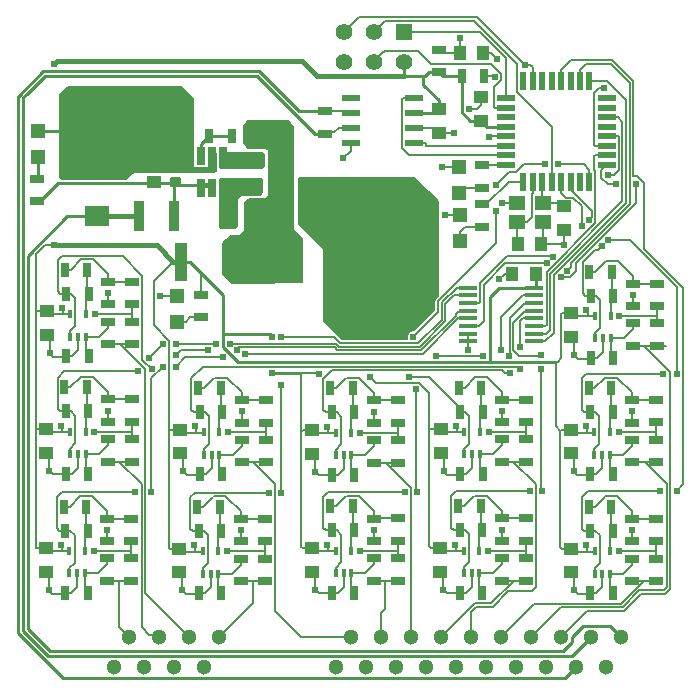
<source format=gbr>
G04 #@! TF.GenerationSoftware,KiCad,Pcbnew,5.1.5-52549c5~84~ubuntu16.04.1*
G04 #@! TF.CreationDate,2019-12-28T13:07:50-05:00*
G04 #@! TF.ProjectId,Suspension_Strain,43686173-7369-4735-9f53-747261696e2e,rev?*
G04 #@! TF.SameCoordinates,Original*
G04 #@! TF.FileFunction,Copper,L1,Top*
G04 #@! TF.FilePolarity,Positive*
%FSLAX46Y46*%
G04 Gerber Fmt 4.6, Leading zero omitted, Abs format (unit mm)*
G04 Created by KiCad (PCBNEW 5.1.5-52549c5~84~ubuntu16.04.1) date 2019-12-28 13:07:50*
%MOMM*%
%LPD*%
G04 APERTURE LIST*
%ADD10R,1.000000X1.250000*%
%ADD11R,1.600000X0.350000*%
%ADD12R,0.550000X1.600000*%
%ADD13R,1.600000X0.550000*%
%ADD14C,1.300000*%
%ADD15R,0.400000X0.650000*%
%ADD16R,0.700000X1.300000*%
%ADD17R,1.300000X0.700000*%
%ADD18R,1.250000X1.000000*%
%ADD19R,0.650000X1.560000*%
%ADD20R,1.200000X2.000000*%
%ADD21C,1.400000*%
%ADD22R,1.400000X1.400000*%
%ADD23R,1.550000X0.600000*%
%ADD24R,1.400000X1.200000*%
%ADD25R,1.780000X3.500000*%
%ADD26R,0.900000X2.500000*%
%ADD27R,1.000000X3.200000*%
%ADD28R,1.000000X1.600000*%
%ADD29R,2.159000X1.778000*%
%ADD30R,1.200000X1.200000*%
%ADD31C,1.000000*%
%ADD32C,0.800000*%
%ADD33C,0.609600*%
%ADD34C,0.250000*%
%ADD35C,0.381000*%
%ADD36C,0.152400*%
%ADD37C,0.254000*%
G04 APERTURE END LIST*
D10*
X150574500Y-110617000D03*
X152574500Y-110617000D03*
D11*
X152406000Y-111771000D03*
X152406000Y-112421000D03*
X152406000Y-113071000D03*
X152406000Y-113721000D03*
X152406000Y-114371000D03*
X152406000Y-115021000D03*
X152406000Y-115671000D03*
X152406000Y-116321000D03*
X146806000Y-116321000D03*
X146806000Y-115671000D03*
X146806000Y-115021000D03*
X146806000Y-114371000D03*
X146806000Y-113721000D03*
X146806000Y-113071000D03*
X146806000Y-112421000D03*
X146806000Y-111771000D03*
D12*
X151505000Y-94302000D03*
X152305000Y-94302000D03*
X153105000Y-94302000D03*
X153905000Y-94302000D03*
X154705000Y-94302000D03*
X155505000Y-94302000D03*
X156305000Y-94302000D03*
X157105000Y-94302000D03*
D13*
X158555000Y-95752000D03*
X158555000Y-96552000D03*
X158555000Y-97352000D03*
X158555000Y-98152000D03*
X158555000Y-98952000D03*
X158555000Y-99752000D03*
X158555000Y-100552000D03*
X158555000Y-101352000D03*
D12*
X157105000Y-102802000D03*
X156305000Y-102802000D03*
X155505000Y-102802000D03*
X154705000Y-102802000D03*
X153905000Y-102802000D03*
X153105000Y-102802000D03*
X152305000Y-102802000D03*
X151505000Y-102802000D03*
D13*
X150055000Y-101352000D03*
X150055000Y-100552000D03*
X150055000Y-99752000D03*
X150055000Y-98952000D03*
X150055000Y-98152000D03*
X150055000Y-97352000D03*
X150055000Y-96552000D03*
X150055000Y-95752000D03*
D14*
X135636000Y-143891000D03*
X136906000Y-141351000D03*
X138176000Y-143891000D03*
X139446000Y-141351000D03*
X140716000Y-143891000D03*
X141986000Y-141351000D03*
X143256000Y-143891000D03*
X144526000Y-141351000D03*
X145796000Y-143891000D03*
X147066000Y-141351000D03*
X148336000Y-143891000D03*
X149606000Y-141351000D03*
X150876000Y-143891000D03*
X153416000Y-143891000D03*
X155956000Y-143891000D03*
X158496000Y-143891000D03*
X152146000Y-141351000D03*
X159766000Y-141351000D03*
X157226000Y-141351000D03*
X154686000Y-141351000D03*
D15*
X146509500Y-123986000D03*
X147809500Y-123986000D03*
X147159500Y-125886000D03*
X147809500Y-125886000D03*
X146509500Y-125886000D03*
D16*
X148048500Y-122269000D03*
X146148500Y-122269000D03*
X146148500Y-127539500D03*
X148048500Y-127539500D03*
X146021500Y-120237000D03*
X147921500Y-120237000D03*
D17*
X149699500Y-126521000D03*
X149699500Y-124621000D03*
X149699500Y-121258000D03*
X149699500Y-123158000D03*
X151731500Y-123153000D03*
X151731500Y-121253000D03*
X151731500Y-124621000D03*
X151731500Y-126521000D03*
D18*
X144492500Y-125761500D03*
X144492500Y-123761500D03*
D17*
X110363000Y-102555000D03*
X110363000Y-104455000D03*
D19*
X125153600Y-103315800D03*
X126103600Y-103315800D03*
X124203600Y-103315800D03*
X124203600Y-100615800D03*
X125153600Y-100615800D03*
X126103600Y-100615800D03*
D20*
X129552700Y-105666540D03*
X126352700Y-105666540D03*
D21*
X136334500Y-92646500D03*
X136334500Y-90106500D03*
X138874500Y-92646500D03*
X138874500Y-90106500D03*
X141414500Y-92646500D03*
D22*
X141414500Y-90106500D03*
D10*
X148129500Y-91948000D03*
X146129500Y-91948000D03*
D18*
X147891500Y-95647000D03*
X147891500Y-97647000D03*
D17*
X144399000Y-91635500D03*
X144399000Y-93535500D03*
D23*
X136873000Y-99504500D03*
X136873000Y-98234500D03*
X136873000Y-96964500D03*
X136873000Y-95694500D03*
X142273000Y-95694500D03*
X142273000Y-96964500D03*
X142273000Y-98234500D03*
X142273000Y-99504500D03*
D16*
X148209000Y-93853000D03*
X146309000Y-93853000D03*
D17*
X147980400Y-101412000D03*
X147980400Y-103312000D03*
D24*
X153162000Y-106248000D03*
X150962000Y-106248000D03*
X150962000Y-104648000D03*
X153162000Y-104648000D03*
D18*
X155575000Y-115951000D03*
X155575000Y-113951000D03*
D17*
X162814000Y-114810500D03*
X162814000Y-116710500D03*
D25*
X131305300Y-109601000D03*
X136585300Y-109601000D03*
D18*
X128447800Y-102981000D03*
X128447800Y-100981000D03*
D26*
X118996800Y-105727500D03*
X121896800Y-105727500D03*
D16*
X126870420Y-98978720D03*
X128770420Y-98978720D03*
X122984220Y-98963480D03*
X124884220Y-98963480D03*
D17*
X124176000Y-114300000D03*
X124176000Y-112400000D03*
D27*
X122504200Y-109606080D03*
X128704200Y-109606080D03*
D28*
X133924300Y-103251000D03*
X130924300Y-103251000D03*
D10*
X133448300Y-105600500D03*
X131448300Y-105600500D03*
D29*
X115430300Y-105727500D03*
X115430300Y-101663500D03*
D30*
X122174000Y-112481000D03*
X122174000Y-114681000D03*
X110376000Y-98500000D03*
X110376000Y-100700000D03*
D18*
X120228360Y-100870000D03*
X120228360Y-102870000D03*
G04 #@! TA.AperFunction,SMDPad,CuDef*
D31*
G36*
X122311991Y-100836553D02*
G01*
X122333226Y-100839703D01*
X122354050Y-100844919D01*
X122374262Y-100852151D01*
X122393668Y-100861330D01*
X122412081Y-100872366D01*
X122429324Y-100885154D01*
X122445230Y-100899570D01*
X122459646Y-100915476D01*
X122472434Y-100932719D01*
X122483470Y-100951132D01*
X122492649Y-100970538D01*
X122499881Y-100990750D01*
X122505097Y-101011574D01*
X122508247Y-101032809D01*
X122509300Y-101054250D01*
X122509300Y-101491750D01*
X122508247Y-101513191D01*
X122505097Y-101534426D01*
X122499881Y-101555250D01*
X122492649Y-101575462D01*
X122483470Y-101594868D01*
X122472434Y-101613281D01*
X122459646Y-101630524D01*
X122445230Y-101646430D01*
X122429324Y-101660846D01*
X122412081Y-101673634D01*
X122393668Y-101684670D01*
X122374262Y-101693849D01*
X122354050Y-101701081D01*
X122333226Y-101706297D01*
X122311991Y-101709447D01*
X122290550Y-101710500D01*
X121778050Y-101710500D01*
X121756609Y-101709447D01*
X121735374Y-101706297D01*
X121714550Y-101701081D01*
X121694338Y-101693849D01*
X121674932Y-101684670D01*
X121656519Y-101673634D01*
X121639276Y-101660846D01*
X121623370Y-101646430D01*
X121608954Y-101630524D01*
X121596166Y-101613281D01*
X121585130Y-101594868D01*
X121575951Y-101575462D01*
X121568719Y-101555250D01*
X121563503Y-101534426D01*
X121560353Y-101513191D01*
X121559300Y-101491750D01*
X121559300Y-101054250D01*
X121560353Y-101032809D01*
X121563503Y-101011574D01*
X121568719Y-100990750D01*
X121575951Y-100970538D01*
X121585130Y-100951132D01*
X121596166Y-100932719D01*
X121608954Y-100915476D01*
X121623370Y-100899570D01*
X121639276Y-100885154D01*
X121656519Y-100872366D01*
X121674932Y-100861330D01*
X121694338Y-100852151D01*
X121714550Y-100844919D01*
X121735374Y-100839703D01*
X121756609Y-100836553D01*
X121778050Y-100835500D01*
X122290550Y-100835500D01*
X122311991Y-100836553D01*
G37*
G04 #@! TD.AperFunction*
G04 #@! TA.AperFunction,SMDPad,CuDef*
G36*
X122311991Y-102411553D02*
G01*
X122333226Y-102414703D01*
X122354050Y-102419919D01*
X122374262Y-102427151D01*
X122393668Y-102436330D01*
X122412081Y-102447366D01*
X122429324Y-102460154D01*
X122445230Y-102474570D01*
X122459646Y-102490476D01*
X122472434Y-102507719D01*
X122483470Y-102526132D01*
X122492649Y-102545538D01*
X122499881Y-102565750D01*
X122505097Y-102586574D01*
X122508247Y-102607809D01*
X122509300Y-102629250D01*
X122509300Y-103066750D01*
X122508247Y-103088191D01*
X122505097Y-103109426D01*
X122499881Y-103130250D01*
X122492649Y-103150462D01*
X122483470Y-103169868D01*
X122472434Y-103188281D01*
X122459646Y-103205524D01*
X122445230Y-103221430D01*
X122429324Y-103235846D01*
X122412081Y-103248634D01*
X122393668Y-103259670D01*
X122374262Y-103268849D01*
X122354050Y-103276081D01*
X122333226Y-103281297D01*
X122311991Y-103284447D01*
X122290550Y-103285500D01*
X121778050Y-103285500D01*
X121756609Y-103284447D01*
X121735374Y-103281297D01*
X121714550Y-103276081D01*
X121694338Y-103268849D01*
X121674932Y-103259670D01*
X121656519Y-103248634D01*
X121639276Y-103235846D01*
X121623370Y-103221430D01*
X121608954Y-103205524D01*
X121596166Y-103188281D01*
X121585130Y-103169868D01*
X121575951Y-103150462D01*
X121568719Y-103130250D01*
X121563503Y-103109426D01*
X121560353Y-103088191D01*
X121559300Y-103066750D01*
X121559300Y-102629250D01*
X121560353Y-102607809D01*
X121563503Y-102586574D01*
X121568719Y-102565750D01*
X121575951Y-102545538D01*
X121585130Y-102526132D01*
X121596166Y-102507719D01*
X121608954Y-102490476D01*
X121623370Y-102474570D01*
X121639276Y-102460154D01*
X121656519Y-102447366D01*
X121674932Y-102436330D01*
X121694338Y-102427151D01*
X121714550Y-102419919D01*
X121735374Y-102414703D01*
X121756609Y-102411553D01*
X121778050Y-102410500D01*
X122290550Y-102410500D01*
X122311991Y-102411553D01*
G37*
G04 #@! TD.AperFunction*
D18*
X144335500Y-98679000D03*
X144335500Y-96679000D03*
X154940000Y-106902000D03*
X154940000Y-104902000D03*
D10*
X153035000Y-108077000D03*
X151035000Y-108077000D03*
D18*
X155499001Y-125799999D03*
X155499001Y-123799999D03*
X155522501Y-135868999D03*
X155522501Y-133868999D03*
X144453501Y-135814499D03*
X144453501Y-133814499D03*
X133618501Y-125835999D03*
X133618501Y-123835999D03*
X133614001Y-135827499D03*
X133614001Y-133827499D03*
X122439001Y-125806999D03*
X122439001Y-123806999D03*
X122355501Y-135867499D03*
X122355501Y-133867499D03*
X111139501Y-115792499D03*
X111139501Y-113792499D03*
X111119501Y-125751499D03*
X111119501Y-123751499D03*
X111059501Y-135847999D03*
X111059501Y-133847999D03*
D30*
X146075400Y-101600000D03*
X146075400Y-103800000D03*
X146126200Y-105605400D03*
X146126200Y-107805400D03*
D14*
X116840000Y-143891000D03*
X119380000Y-143891000D03*
X121920000Y-143891000D03*
X124460000Y-143891000D03*
X118110000Y-141351000D03*
X125730000Y-141351000D03*
X123190000Y-141351000D03*
X120650000Y-141351000D03*
D17*
X148031200Y-104724200D03*
X148031200Y-106624200D03*
X134747000Y-96842500D03*
X134747000Y-98742500D03*
X162738001Y-124659499D03*
X162738001Y-126559499D03*
X162738001Y-123191499D03*
X162738001Y-121291499D03*
X160706001Y-121296499D03*
X160706001Y-123196499D03*
X160706001Y-126559499D03*
X160706001Y-124659499D03*
D16*
X157028001Y-120275499D03*
X158928001Y-120275499D03*
X157155001Y-127577999D03*
X159055001Y-127577999D03*
X159055001Y-122307499D03*
X157155001Y-122307499D03*
D17*
X162814000Y-113342500D03*
X162814000Y-111442500D03*
X160782000Y-111447500D03*
X160782000Y-113347500D03*
X160782000Y-116710500D03*
X160782000Y-114810500D03*
D16*
X157104000Y-110426500D03*
X159004000Y-110426500D03*
X157231000Y-117729000D03*
X159131000Y-117729000D03*
X159131000Y-112458500D03*
X157231000Y-112458500D03*
D17*
X162761501Y-134728499D03*
X162761501Y-136628499D03*
X162761501Y-133260499D03*
X162761501Y-131360499D03*
X160729501Y-131365499D03*
X160729501Y-133265499D03*
X160729501Y-136628499D03*
X160729501Y-134728499D03*
D16*
X157051501Y-130344499D03*
X158951501Y-130344499D03*
X157178501Y-137646999D03*
X159078501Y-137646999D03*
X159078501Y-132376499D03*
X157178501Y-132376499D03*
D17*
X151692501Y-134673999D03*
X151692501Y-136573999D03*
X151692501Y-133205999D03*
X151692501Y-131305999D03*
X149660501Y-131310999D03*
X149660501Y-133210999D03*
X149660501Y-136573999D03*
X149660501Y-134673999D03*
D16*
X145982501Y-130289999D03*
X147882501Y-130289999D03*
X146109501Y-137592499D03*
X148009501Y-137592499D03*
X148009501Y-132321999D03*
X146109501Y-132321999D03*
D17*
X140857501Y-124695499D03*
X140857501Y-126595499D03*
X140857501Y-123227499D03*
X140857501Y-121327499D03*
X138825501Y-121332499D03*
X138825501Y-123232499D03*
X138825501Y-126595499D03*
X138825501Y-124695499D03*
D16*
X135147501Y-120311499D03*
X137047501Y-120311499D03*
X135274501Y-127613999D03*
X137174501Y-127613999D03*
X137174501Y-122343499D03*
X135274501Y-122343499D03*
D17*
X140853001Y-134686999D03*
X140853001Y-136586999D03*
X140853001Y-133218999D03*
X140853001Y-131318999D03*
X138821001Y-131323999D03*
X138821001Y-133223999D03*
X138821001Y-136586999D03*
X138821001Y-134686999D03*
D16*
X135143001Y-130302999D03*
X137043001Y-130302999D03*
X135270001Y-137605499D03*
X137170001Y-137605499D03*
X137170001Y-132334999D03*
X135270001Y-132334999D03*
D17*
X129678001Y-124666499D03*
X129678001Y-126566499D03*
X129678001Y-123198499D03*
X129678001Y-121298499D03*
X127646001Y-121303499D03*
X127646001Y-123203499D03*
X127646001Y-126566499D03*
X127646001Y-124666499D03*
D16*
X123968001Y-120282499D03*
X125868001Y-120282499D03*
X124095001Y-127584999D03*
X125995001Y-127584999D03*
X125995001Y-122314499D03*
X124095001Y-122314499D03*
D17*
X129594501Y-134726999D03*
X129594501Y-136626999D03*
X129594501Y-133258999D03*
X129594501Y-131358999D03*
X127562501Y-131363999D03*
X127562501Y-133263999D03*
X127562501Y-136626999D03*
X127562501Y-134726999D03*
D16*
X123884501Y-130342999D03*
X125784501Y-130342999D03*
X124011501Y-137645499D03*
X125911501Y-137645499D03*
X125911501Y-132374999D03*
X124011501Y-132374999D03*
D17*
X118378501Y-114651999D03*
X118378501Y-116551999D03*
X118378501Y-113183999D03*
X118378501Y-111283999D03*
X116346501Y-111288999D03*
X116346501Y-113188999D03*
X116346501Y-116551999D03*
X116346501Y-114651999D03*
D16*
X112668501Y-110267999D03*
X114568501Y-110267999D03*
X112795501Y-117570499D03*
X114695501Y-117570499D03*
X114695501Y-112299999D03*
X112795501Y-112299999D03*
D17*
X118358501Y-124610999D03*
X118358501Y-126510999D03*
X118358501Y-123142999D03*
X118358501Y-121242999D03*
X116326501Y-121247999D03*
X116326501Y-123147999D03*
X116326501Y-126510999D03*
X116326501Y-124610999D03*
D16*
X112648501Y-120226999D03*
X114548501Y-120226999D03*
X112775501Y-127529499D03*
X114675501Y-127529499D03*
X114675501Y-122258999D03*
X112775501Y-122258999D03*
D17*
X118298501Y-134707499D03*
X118298501Y-136607499D03*
X118298501Y-133239499D03*
X118298501Y-131339499D03*
X116266501Y-131344499D03*
X116266501Y-133244499D03*
X116266501Y-136607499D03*
X116266501Y-134707499D03*
D16*
X112588501Y-130323499D03*
X114488501Y-130323499D03*
X112715501Y-137625999D03*
X114615501Y-137625999D03*
X114615501Y-132355499D03*
X112715501Y-132355499D03*
D15*
X157516001Y-124024499D03*
X158816001Y-124024499D03*
X158166001Y-125924499D03*
X158816001Y-125924499D03*
X157516001Y-125924499D03*
X157592000Y-114175500D03*
X158892000Y-114175500D03*
X158242000Y-116075500D03*
X158892000Y-116075500D03*
X157592000Y-116075500D03*
X157539501Y-134093499D03*
X158839501Y-134093499D03*
X158189501Y-135993499D03*
X158839501Y-135993499D03*
X157539501Y-135993499D03*
X146470501Y-134038999D03*
X147770501Y-134038999D03*
X147120501Y-135938999D03*
X147770501Y-135938999D03*
X146470501Y-135938999D03*
X135635501Y-124060499D03*
X136935501Y-124060499D03*
X136285501Y-125960499D03*
X136935501Y-125960499D03*
X135635501Y-125960499D03*
X135631001Y-134051999D03*
X136931001Y-134051999D03*
X136281001Y-135951999D03*
X136931001Y-135951999D03*
X135631001Y-135951999D03*
X124456001Y-124031499D03*
X125756001Y-124031499D03*
X125106001Y-125931499D03*
X125756001Y-125931499D03*
X124456001Y-125931499D03*
X124372501Y-134091999D03*
X125672501Y-134091999D03*
X125022501Y-135991999D03*
X125672501Y-135991999D03*
X124372501Y-135991999D03*
X113156501Y-114016999D03*
X114456501Y-114016999D03*
X113806501Y-115916999D03*
X114456501Y-115916999D03*
X113156501Y-115916999D03*
X113136501Y-123975999D03*
X114436501Y-123975999D03*
X113786501Y-125875999D03*
X114436501Y-125875999D03*
X113136501Y-125875999D03*
X113076501Y-134072499D03*
X114376501Y-134072499D03*
X113726501Y-135972499D03*
X114376501Y-135972499D03*
X113076501Y-135972499D03*
D32*
X141495780Y-108399580D03*
X141460220Y-105064560D03*
X141495780Y-113235740D03*
X141495780Y-111135160D03*
X122181620Y-96205040D03*
X119352060Y-96192340D03*
X116382800Y-96230440D03*
X113228120Y-96230440D03*
X113164620Y-98028760D03*
X113151920Y-100909120D03*
D33*
X144830800Y-105664000D03*
X154940000Y-108204000D03*
X148590000Y-99060000D03*
X136271000Y-100774500D03*
X158648400Y-102209600D03*
X160782000Y-112395000D03*
X155829000Y-117475000D03*
X120777000Y-112522000D03*
X116346501Y-112236499D03*
X111393501Y-117316499D03*
X116326501Y-122195499D03*
X111373501Y-127275499D03*
X116266501Y-132291999D03*
X111313501Y-137371999D03*
X160706001Y-122243999D03*
X155753001Y-127323999D03*
X160729501Y-132312999D03*
X155776501Y-137392999D03*
X149699500Y-122205500D03*
X144746500Y-127285500D03*
X149660501Y-132258499D03*
X144707501Y-137338499D03*
X138825501Y-122279999D03*
X133872501Y-127359999D03*
X138821001Y-132271499D03*
X133868001Y-137351499D03*
X127646001Y-122250999D03*
X122693001Y-127330999D03*
X127562501Y-132311499D03*
X122609501Y-137391499D03*
X145669000Y-98679000D03*
X144653000Y-101600000D03*
X146939000Y-96647000D03*
X149288500Y-92456000D03*
X149733000Y-104648000D03*
X146812000Y-117030500D03*
X149479000Y-111061500D03*
X156845000Y-113665000D03*
X159639000Y-114173000D03*
X112409501Y-113506499D03*
X115203501Y-114014499D03*
X112389501Y-123465499D03*
X115183501Y-123973499D03*
X112329501Y-133561999D03*
X115123501Y-134069999D03*
X156769001Y-123513999D03*
X159563001Y-124021999D03*
X156792501Y-133582999D03*
X159586501Y-134090999D03*
X145762500Y-123475500D03*
X148556500Y-123983500D03*
X145723501Y-133528499D03*
X148517501Y-134036499D03*
X134888501Y-123549999D03*
X137682501Y-124057999D03*
X134884001Y-133541499D03*
X137678001Y-134049499D03*
X123709001Y-123520999D03*
X126503001Y-124028999D03*
X123625501Y-133581499D03*
X126419501Y-134089499D03*
X111760000Y-108204000D03*
X130239452Y-115989100D03*
X130238500Y-118999010D03*
X134171704Y-119122597D03*
X111760000Y-92837000D03*
X138510128Y-119311771D03*
X158369000Y-94869000D03*
X146113500Y-90639900D03*
X149098000Y-93916500D03*
X151638000Y-92900500D03*
X163322000Y-119062500D03*
X164478312Y-119062500D03*
X158700337Y-107711704D03*
X157035953Y-106049496D03*
X156464000Y-106553000D03*
X158161520Y-108250520D03*
X163106702Y-128968500D03*
X164478312Y-128968501D03*
X141863498Y-119308911D03*
X154438400Y-101346000D03*
X153371600Y-101346000D03*
X149201029Y-103100029D03*
X149225000Y-105283000D03*
X142176500Y-115925600D03*
X152971500Y-117462300D03*
X152971500Y-118630700D03*
X152037702Y-129032000D03*
X153104502Y-129032000D03*
X150368000Y-118999010D03*
X150304500Y-117525800D03*
X141452600Y-129095500D03*
X142519400Y-129095500D03*
X142396898Y-120366102D03*
X149606000Y-117030500D03*
X148064680Y-117525800D03*
X144103809Y-117525800D03*
X151193500Y-118638780D03*
X151193500Y-116840000D03*
X129939702Y-129159000D03*
X131006502Y-129159000D03*
X131000500Y-115951000D03*
X131006502Y-119983598D03*
X120025179Y-118691679D03*
X127979177Y-117360710D03*
X126068009Y-117644991D03*
X122072400Y-118459250D03*
X126636320Y-116522500D03*
X118916336Y-118840676D03*
X125467919Y-116522500D03*
X122072400Y-116522500D03*
X121005600Y-116522500D03*
X119820671Y-117732829D03*
X118643702Y-129095500D03*
X120015312Y-129095500D03*
X121005600Y-118465600D03*
X127230738Y-117055900D03*
X124841000Y-117055900D03*
X122072400Y-117475000D03*
X161036000Y-102997000D03*
X159355011Y-102997000D03*
X153479500Y-109664500D03*
X154686000Y-110871000D03*
X154035576Y-109143515D03*
X155222204Y-110327704D03*
D34*
X141495780Y-113235740D02*
X141597380Y-113337340D01*
D35*
X116420900Y-96192340D02*
X116382800Y-96230440D01*
X113228120Y-97965260D02*
X113164620Y-98028760D01*
X114675920Y-100909120D02*
X115430300Y-101663500D01*
D36*
X115239800Y-101663500D02*
X115430300Y-101663500D01*
D37*
X140294360Y-109601000D02*
X141495780Y-108399580D01*
X136585300Y-109601000D02*
X140294360Y-109601000D01*
X121731120Y-101363680D02*
X122034300Y-101060500D01*
X120228360Y-101363680D02*
X121731120Y-101363680D01*
X122159300Y-101060500D02*
X122034300Y-101060500D01*
X122984220Y-100235580D02*
X122159300Y-101060500D01*
X122984220Y-98963480D02*
X122984220Y-100235580D01*
X122984220Y-97007640D02*
X122181620Y-96205040D01*
X122984220Y-98963480D02*
X122984220Y-97007640D01*
X112693380Y-98500000D02*
X113164620Y-98028760D01*
X110376000Y-98500000D02*
X112693380Y-98500000D01*
X133924300Y-105124500D02*
X133448300Y-105600500D01*
X133924300Y-103251000D02*
X133924300Y-105124500D01*
X136585300Y-108862500D02*
X136585300Y-109601000D01*
X133448300Y-105725500D02*
X136585300Y-108862500D01*
X133448300Y-105600500D02*
X133448300Y-105725500D01*
X125153600Y-101649800D02*
X125153600Y-100865800D01*
X125128199Y-101675201D02*
X125153600Y-101649800D01*
X123528001Y-101675201D02*
X125128199Y-101675201D01*
X122913300Y-101060500D02*
X123528001Y-101675201D01*
X122034300Y-101060500D02*
X122913300Y-101060500D01*
X113906300Y-101663500D02*
X113151920Y-100909120D01*
X115430300Y-101663500D02*
X113906300Y-101663500D01*
D36*
X144889400Y-105605400D02*
X144830800Y-105664000D01*
X146126200Y-105605400D02*
X144889400Y-105605400D01*
X154940000Y-106902000D02*
X154940000Y-108204000D01*
X153162000Y-107950000D02*
X153035000Y-108077000D01*
X153162000Y-106248000D02*
X153162000Y-107950000D01*
X154813000Y-108077000D02*
X154940000Y-108204000D01*
X153035000Y-108077000D02*
X154813000Y-108077000D01*
X148698000Y-98952000D02*
X148590000Y-99060000D01*
X150055000Y-98952000D02*
X148698000Y-98952000D01*
X136873000Y-100172500D02*
X136271000Y-100774500D01*
X136873000Y-99504500D02*
X136873000Y-100172500D01*
X159183882Y-102209600D02*
X158648400Y-102209600D01*
X158555000Y-98952000D02*
X159507400Y-98952000D01*
X159507400Y-98952000D02*
X159583601Y-99028201D01*
X159583601Y-99028201D02*
X159583601Y-101809881D01*
X159583601Y-101809881D02*
X159183882Y-102209600D01*
X160782000Y-113347500D02*
X160782000Y-112395000D01*
X155829000Y-116205000D02*
X155829000Y-117475000D01*
X156146500Y-117792500D02*
X155829000Y-117475000D01*
X156974500Y-117792500D02*
X156146500Y-117792500D01*
X157002400Y-117792500D02*
X156974500Y-117792500D01*
X158242000Y-117220400D02*
X158242000Y-116552900D01*
X158242000Y-116552900D02*
X158242000Y-116075500D01*
X157733400Y-117729000D02*
X158242000Y-117220400D01*
X157231000Y-117729000D02*
X157733400Y-117729000D01*
X120818000Y-112481000D02*
X120777000Y-112522000D01*
X122174000Y-112481000D02*
X120818000Y-112481000D01*
X116346501Y-113188999D02*
X116346501Y-112236499D01*
X111393501Y-116046499D02*
X111393501Y-117316499D01*
X111711001Y-117633999D02*
X111393501Y-117316499D01*
X112539001Y-117633999D02*
X111711001Y-117633999D01*
X112566901Y-117633999D02*
X112539001Y-117633999D01*
X113806501Y-117061899D02*
X113806501Y-116394399D01*
X113806501Y-116394399D02*
X113806501Y-115916999D01*
X113297901Y-117570499D02*
X113806501Y-117061899D01*
X112795501Y-117570499D02*
X113297901Y-117570499D01*
X116326501Y-123147999D02*
X116326501Y-122195499D01*
X111373501Y-126005499D02*
X111373501Y-127275499D01*
X111691001Y-127592999D02*
X111373501Y-127275499D01*
X112519001Y-127592999D02*
X111691001Y-127592999D01*
X112546901Y-127592999D02*
X112519001Y-127592999D01*
X113786501Y-127020899D02*
X113786501Y-126353399D01*
X113786501Y-126353399D02*
X113786501Y-125875999D01*
X113277901Y-127529499D02*
X113786501Y-127020899D01*
X112775501Y-127529499D02*
X113277901Y-127529499D01*
X116266501Y-133244499D02*
X116266501Y-132291999D01*
X111313501Y-136101999D02*
X111313501Y-137371999D01*
X111631001Y-137689499D02*
X111313501Y-137371999D01*
X112459001Y-137689499D02*
X111631001Y-137689499D01*
X112486901Y-137689499D02*
X112459001Y-137689499D01*
X113726501Y-137117399D02*
X113726501Y-136449899D01*
X113726501Y-136449899D02*
X113726501Y-135972499D01*
X113217901Y-137625999D02*
X113726501Y-137117399D01*
X112715501Y-137625999D02*
X113217901Y-137625999D01*
X160706001Y-123196499D02*
X160706001Y-122243999D01*
X155753001Y-126053999D02*
X155753001Y-127323999D01*
X156070501Y-127641499D02*
X155753001Y-127323999D01*
X156898501Y-127641499D02*
X156070501Y-127641499D01*
X156926401Y-127641499D02*
X156898501Y-127641499D01*
X158166001Y-127069399D02*
X158166001Y-126401899D01*
X158166001Y-126401899D02*
X158166001Y-125924499D01*
X157657401Y-127577999D02*
X158166001Y-127069399D01*
X157155001Y-127577999D02*
X157657401Y-127577999D01*
X160729501Y-133265499D02*
X160729501Y-132312999D01*
X155776501Y-136122999D02*
X155776501Y-137392999D01*
X156094001Y-137710499D02*
X155776501Y-137392999D01*
X156922001Y-137710499D02*
X156094001Y-137710499D01*
X156949901Y-137710499D02*
X156922001Y-137710499D01*
X158189501Y-137138399D02*
X158189501Y-136470899D01*
X158189501Y-136470899D02*
X158189501Y-135993499D01*
X157680901Y-137646999D02*
X158189501Y-137138399D01*
X157178501Y-137646999D02*
X157680901Y-137646999D01*
X149699500Y-123158000D02*
X149699500Y-122205500D01*
X144746500Y-126015500D02*
X144746500Y-127285500D01*
X145064000Y-127603000D02*
X144746500Y-127285500D01*
X145892000Y-127603000D02*
X145064000Y-127603000D01*
X145919900Y-127603000D02*
X145892000Y-127603000D01*
X147159500Y-127030900D02*
X147159500Y-126363400D01*
X147159500Y-126363400D02*
X147159500Y-125886000D01*
X146650900Y-127539500D02*
X147159500Y-127030900D01*
X146148500Y-127539500D02*
X146650900Y-127539500D01*
X149660501Y-133210999D02*
X149660501Y-132258499D01*
X144707501Y-136068499D02*
X144707501Y-137338499D01*
X145025001Y-137655999D02*
X144707501Y-137338499D01*
X145853001Y-137655999D02*
X145025001Y-137655999D01*
X145880901Y-137655999D02*
X145853001Y-137655999D01*
X147120501Y-137083899D02*
X147120501Y-136416399D01*
X147120501Y-136416399D02*
X147120501Y-135938999D01*
X146611901Y-137592499D02*
X147120501Y-137083899D01*
X146109501Y-137592499D02*
X146611901Y-137592499D01*
X138825501Y-123232499D02*
X138825501Y-122279999D01*
X133872501Y-126089999D02*
X133872501Y-127359999D01*
X134190001Y-127677499D02*
X133872501Y-127359999D01*
X135018001Y-127677499D02*
X134190001Y-127677499D01*
X135045901Y-127677499D02*
X135018001Y-127677499D01*
X136285501Y-127105399D02*
X136285501Y-126437899D01*
X136285501Y-126437899D02*
X136285501Y-125960499D01*
X135776901Y-127613999D02*
X136285501Y-127105399D01*
X135274501Y-127613999D02*
X135776901Y-127613999D01*
X138821001Y-133223999D02*
X138821001Y-132271499D01*
X133868001Y-136081499D02*
X133868001Y-137351499D01*
X134185501Y-137668999D02*
X133868001Y-137351499D01*
X135013501Y-137668999D02*
X134185501Y-137668999D01*
X135041401Y-137668999D02*
X135013501Y-137668999D01*
X136281001Y-137096899D02*
X136281001Y-136429399D01*
X136281001Y-136429399D02*
X136281001Y-135951999D01*
X135772401Y-137605499D02*
X136281001Y-137096899D01*
X135270001Y-137605499D02*
X135772401Y-137605499D01*
X127646001Y-123203499D02*
X127646001Y-122250999D01*
X122693001Y-126060999D02*
X122693001Y-127330999D01*
X123010501Y-127648499D02*
X122693001Y-127330999D01*
X123838501Y-127648499D02*
X123010501Y-127648499D01*
X123866401Y-127648499D02*
X123838501Y-127648499D01*
X125106001Y-127076399D02*
X125106001Y-126408899D01*
X125106001Y-126408899D02*
X125106001Y-125931499D01*
X124597401Y-127584999D02*
X125106001Y-127076399D01*
X124095001Y-127584999D02*
X124597401Y-127584999D01*
X127562501Y-133263999D02*
X127562501Y-132311499D01*
X122609501Y-136121499D02*
X122609501Y-137391499D01*
X122927001Y-137708999D02*
X122609501Y-137391499D01*
X123755001Y-137708999D02*
X122927001Y-137708999D01*
X123782901Y-137708999D02*
X123755001Y-137708999D01*
X125022501Y-137136899D02*
X125022501Y-136469399D01*
X125022501Y-136469399D02*
X125022501Y-135991999D01*
X124513901Y-137645499D02*
X125022501Y-137136899D01*
X124011501Y-137645499D02*
X124513901Y-137645499D01*
X143891000Y-98234500D02*
X144335500Y-98679000D01*
X142273000Y-98234500D02*
X143891000Y-98234500D01*
X144335500Y-98679000D02*
X145669000Y-98679000D01*
X146075400Y-101600000D02*
X144653000Y-101600000D01*
X147543900Y-96647000D02*
X146939000Y-96647000D01*
X147891500Y-96299400D02*
X147543900Y-96647000D01*
X147891500Y-95647000D02*
X147891500Y-96299400D01*
X148780500Y-91948000D02*
X149288500Y-92456000D01*
X148129500Y-91948000D02*
X148780500Y-91948000D01*
X150962000Y-104648000D02*
X149733000Y-104648000D01*
X146806000Y-115671000D02*
X146806000Y-116321000D01*
X146806000Y-117024500D02*
X146812000Y-117030500D01*
X146806000Y-116321000D02*
X146806000Y-117024500D01*
X149923500Y-110617000D02*
X149479000Y-111061500D01*
X150574500Y-110617000D02*
X149923500Y-110617000D01*
D35*
X115382660Y-105775140D02*
X115430300Y-105727500D01*
X115430300Y-105727500D02*
X118996800Y-105727500D01*
D37*
X155615401Y-141797113D02*
X154857325Y-142555189D01*
X159766000Y-141351000D02*
X158836599Y-140421599D01*
X158836599Y-140421599D02*
X156544802Y-140421599D01*
X156544802Y-140421599D02*
X155615401Y-141351000D01*
X155615401Y-141351000D02*
X155615401Y-141797113D01*
X154857325Y-142555189D02*
X111446689Y-142555189D01*
X111446689Y-142555189D02*
X109548630Y-140657130D01*
X114096800Y-105727500D02*
X115430300Y-105727500D01*
X112899750Y-105727500D02*
X114096800Y-105727500D01*
X109548630Y-109078620D02*
X112899750Y-105727500D01*
X109548630Y-140657130D02*
X109548630Y-109078620D01*
X122504200Y-109606080D02*
X123258200Y-109606080D01*
D36*
X157562500Y-114205000D02*
X157592000Y-114175500D01*
X162814000Y-114810500D02*
X162814000Y-114173000D01*
X162814000Y-114173000D02*
X162814000Y-113342500D01*
X156940000Y-114205000D02*
X157562500Y-114205000D01*
X155829000Y-114205000D02*
X156940000Y-114205000D01*
X156940000Y-113760000D02*
X156845000Y-113665000D01*
X156940000Y-114205000D02*
X156940000Y-113760000D01*
X159639000Y-114173000D02*
X162814000Y-114173000D01*
X113127001Y-114046499D02*
X113156501Y-114016999D01*
X118378501Y-114651999D02*
X118378501Y-114014499D01*
X118378501Y-114014499D02*
X118378501Y-113183999D01*
X112504501Y-114046499D02*
X113127001Y-114046499D01*
X111393501Y-114046499D02*
X112504501Y-114046499D01*
X112504501Y-113601499D02*
X112409501Y-113506499D01*
X112504501Y-114046499D02*
X112504501Y-113601499D01*
X115203501Y-114014499D02*
X118378501Y-114014499D01*
X113107001Y-124005499D02*
X113136501Y-123975999D01*
X118358501Y-124610999D02*
X118358501Y-123973499D01*
X118358501Y-123973499D02*
X118358501Y-123142999D01*
X112484501Y-124005499D02*
X113107001Y-124005499D01*
X111373501Y-124005499D02*
X112484501Y-124005499D01*
X112484501Y-123560499D02*
X112389501Y-123465499D01*
X112484501Y-124005499D02*
X112484501Y-123560499D01*
X115183501Y-123973499D02*
X118358501Y-123973499D01*
X113047001Y-134101999D02*
X113076501Y-134072499D01*
X118298501Y-134707499D02*
X118298501Y-134069999D01*
X118298501Y-134069999D02*
X118298501Y-133239499D01*
X112424501Y-134101999D02*
X113047001Y-134101999D01*
X111313501Y-134101999D02*
X112424501Y-134101999D01*
X112424501Y-133656999D02*
X112329501Y-133561999D01*
X112424501Y-134101999D02*
X112424501Y-133656999D01*
X115123501Y-134069999D02*
X118298501Y-134069999D01*
X157486501Y-124053999D02*
X157516001Y-124024499D01*
X162738001Y-124659499D02*
X162738001Y-124021999D01*
X162738001Y-124021999D02*
X162738001Y-123191499D01*
X156864001Y-124053999D02*
X157486501Y-124053999D01*
X155753001Y-124053999D02*
X156864001Y-124053999D01*
X156864001Y-123608999D02*
X156769001Y-123513999D01*
X156864001Y-124053999D02*
X156864001Y-123608999D01*
X159563001Y-124021999D02*
X162738001Y-124021999D01*
X157510001Y-134122999D02*
X157539501Y-134093499D01*
X162761501Y-134728499D02*
X162761501Y-134090999D01*
X162761501Y-134090999D02*
X162761501Y-133260499D01*
X156887501Y-134122999D02*
X157510001Y-134122999D01*
X155776501Y-134122999D02*
X156887501Y-134122999D01*
X156887501Y-133677999D02*
X156792501Y-133582999D01*
X156887501Y-134122999D02*
X156887501Y-133677999D01*
X159586501Y-134090999D02*
X162761501Y-134090999D01*
X146480000Y-124015500D02*
X146509500Y-123986000D01*
X151731500Y-124621000D02*
X151731500Y-123983500D01*
X151731500Y-123983500D02*
X151731500Y-123153000D01*
X145857500Y-124015500D02*
X146480000Y-124015500D01*
X144746500Y-124015500D02*
X145857500Y-124015500D01*
X145857500Y-123570500D02*
X145762500Y-123475500D01*
X145857500Y-124015500D02*
X145857500Y-123570500D01*
X148556500Y-123983500D02*
X151731500Y-123983500D01*
X146441001Y-134068499D02*
X146470501Y-134038999D01*
X151692501Y-134673999D02*
X151692501Y-134036499D01*
X151692501Y-134036499D02*
X151692501Y-133205999D01*
X145818501Y-134068499D02*
X146441001Y-134068499D01*
X144707501Y-134068499D02*
X145818501Y-134068499D01*
X145818501Y-133623499D02*
X145723501Y-133528499D01*
X145818501Y-134068499D02*
X145818501Y-133623499D01*
X148517501Y-134036499D02*
X151692501Y-134036499D01*
X135606001Y-124089999D02*
X135635501Y-124060499D01*
X140857501Y-124695499D02*
X140857501Y-124057999D01*
X140857501Y-124057999D02*
X140857501Y-123227499D01*
X134983501Y-124089999D02*
X135606001Y-124089999D01*
X133872501Y-124089999D02*
X134983501Y-124089999D01*
X134983501Y-123644999D02*
X134888501Y-123549999D01*
X134983501Y-124089999D02*
X134983501Y-123644999D01*
X137682501Y-124057999D02*
X140857501Y-124057999D01*
X135601501Y-134081499D02*
X135631001Y-134051999D01*
X140853001Y-134686999D02*
X140853001Y-134049499D01*
X140853001Y-134049499D02*
X140853001Y-133218999D01*
X134979001Y-134081499D02*
X135601501Y-134081499D01*
X133868001Y-134081499D02*
X134979001Y-134081499D01*
X134979001Y-133636499D02*
X134884001Y-133541499D01*
X134979001Y-134081499D02*
X134979001Y-133636499D01*
X137678001Y-134049499D02*
X140853001Y-134049499D01*
X124426501Y-124060999D02*
X124456001Y-124031499D01*
X129678001Y-124666499D02*
X129678001Y-124028999D01*
X129678001Y-124028999D02*
X129678001Y-123198499D01*
X123804001Y-124060999D02*
X124426501Y-124060999D01*
X122693001Y-124060999D02*
X123804001Y-124060999D01*
X123804001Y-123615999D02*
X123709001Y-123520999D01*
X123804001Y-124060999D02*
X123804001Y-123615999D01*
X126503001Y-124028999D02*
X129678001Y-124028999D01*
X124343001Y-134121499D02*
X124372501Y-134091999D01*
X129594501Y-134726999D02*
X129594501Y-134089499D01*
X129594501Y-134089499D02*
X129594501Y-133258999D01*
X123720501Y-134121499D02*
X124343001Y-134121499D01*
X122609501Y-134121499D02*
X123720501Y-134121499D01*
X123720501Y-133676499D02*
X123625501Y-133581499D01*
X123720501Y-134121499D02*
X123720501Y-133676499D01*
X126419501Y-134089499D02*
X129594501Y-134089499D01*
D37*
X144335500Y-96679000D02*
X144335500Y-96901000D01*
X144272000Y-96964500D02*
X142273000Y-96964500D01*
X144335500Y-96901000D02*
X144272000Y-96964500D01*
X123258200Y-109606080D02*
X126052120Y-112400000D01*
D36*
X123156600Y-109606080D02*
X122504200Y-109606080D01*
X124176000Y-110625480D02*
X123156600Y-109606080D01*
X124176000Y-112400000D02*
X124176000Y-110625480D01*
X110282101Y-133847999D02*
X111059501Y-133847999D01*
X110265900Y-133831798D02*
X110282101Y-133847999D01*
X110299001Y-113792499D02*
X111139501Y-113792499D01*
X110265900Y-113825600D02*
X110299001Y-113792499D01*
X110309501Y-123751499D02*
X111119501Y-123751499D01*
X110265900Y-123795100D02*
X110309501Y-123751499D01*
X110265900Y-113825600D02*
X110265900Y-123795100D01*
X110265900Y-123795100D02*
X110265900Y-133831798D01*
X120243599Y-111214281D02*
X120243599Y-114973099D01*
X121851800Y-109606080D02*
X120243599Y-111214281D01*
X121578101Y-133867499D02*
X122355501Y-133867499D01*
X121539000Y-133828398D02*
X121578101Y-133867499D01*
X121557001Y-123806999D02*
X122439001Y-123806999D01*
X121539000Y-123825000D02*
X121557001Y-123806999D01*
X132836601Y-133827499D02*
X132715000Y-133705898D01*
X133614001Y-133827499D02*
X132836601Y-133827499D01*
X132841101Y-123835999D02*
X133618501Y-123835999D01*
X132715000Y-123962100D02*
X132841101Y-123835999D01*
X132715000Y-133705898D02*
X132715000Y-123962100D01*
X143676101Y-133814499D02*
X143510000Y-133648398D01*
X144453501Y-133814499D02*
X143676101Y-133814499D01*
X143715100Y-123761500D02*
X144492500Y-123761500D01*
X143510000Y-133648398D02*
X143510000Y-123966600D01*
X154745101Y-133868999D02*
X154622500Y-133746398D01*
X155522501Y-133868999D02*
X154745101Y-133868999D01*
X154721601Y-123799999D02*
X155499001Y-123799999D01*
X154622500Y-123899100D02*
X154721601Y-123799999D01*
X154622500Y-133746398D02*
X154622500Y-123899100D01*
X120243599Y-114973099D02*
X121539000Y-116268500D01*
X121539000Y-116268500D02*
X121539000Y-123825000D01*
X121539000Y-123825000D02*
X121539000Y-133828398D01*
D37*
X148396500Y-98152000D02*
X147891500Y-97647000D01*
X150055000Y-98152000D02*
X148396500Y-98152000D01*
D35*
X122504200Y-109606080D02*
X121851800Y-109606080D01*
X121851800Y-109606080D02*
X121851800Y-109596300D01*
X121851800Y-109606080D02*
X120449720Y-108204000D01*
X120449720Y-108204000D02*
X111760000Y-108204000D01*
D37*
X143495000Y-93535500D02*
X144399000Y-93535500D01*
X144716500Y-93853000D02*
X144399000Y-93535500D01*
X146309000Y-93853000D02*
X144716500Y-93853000D01*
X146309000Y-94757000D02*
X146309000Y-93853000D01*
X146309000Y-96943500D02*
X146309000Y-94757000D01*
X147012500Y-97647000D02*
X146309000Y-96943500D01*
X147891500Y-97647000D02*
X147012500Y-97647000D01*
X141414500Y-93853000D02*
X141414500Y-92646500D01*
X143177500Y-93853000D02*
X143495000Y-93535500D01*
X144335500Y-95925000D02*
X144335500Y-96679000D01*
X141414500Y-93853000D02*
X143002000Y-93853000D01*
X143002000Y-93853000D02*
X143002000Y-94591500D01*
X143002000Y-93853000D02*
X143177500Y-93853000D01*
X143002000Y-94591500D02*
X144335500Y-95925000D01*
D36*
X143510000Y-123966600D02*
X143510000Y-123952000D01*
X143715100Y-123761500D02*
X143510000Y-123761500D01*
X143510000Y-123761500D02*
X143510000Y-123952000D01*
X110265900Y-108936100D02*
X110265900Y-113825600D01*
X110998000Y-108204000D02*
X110265900Y-108936100D01*
X111760000Y-108204000D02*
X110998000Y-108204000D01*
D37*
X126052120Y-112400000D02*
X126059821Y-112407701D01*
X152511000Y-111666000D02*
X152406000Y-111771000D01*
X152574500Y-111602500D02*
X152406000Y-111771000D01*
X152574500Y-110617000D02*
X152574500Y-111602500D01*
X152406000Y-111771000D02*
X149468000Y-111771000D01*
X149468000Y-111771000D02*
X148648880Y-112590120D01*
X148648880Y-112590120D02*
X148648880Y-118105380D01*
X127359202Y-118110000D02*
X126052119Y-116802917D01*
X148648880Y-118105380D02*
X148653500Y-118110000D01*
X148653500Y-118110000D02*
X127359202Y-118110000D01*
X126052119Y-114622119D02*
X126047500Y-114617500D01*
X126047500Y-114617500D02*
X126052120Y-112400000D01*
X130239452Y-115888452D02*
X130239452Y-115989100D01*
X126052119Y-115692381D02*
X126052119Y-114622119D01*
X126052119Y-116802917D02*
X126052119Y-115692381D01*
X130043381Y-115692381D02*
X130239452Y-115888452D01*
X126052119Y-115692381D02*
X130043381Y-115692381D01*
X130669552Y-118999010D02*
X130669562Y-118999000D01*
X130238500Y-118999010D02*
X130669552Y-118999010D01*
X130669562Y-118999000D02*
X132715000Y-118999000D01*
D36*
X132715000Y-123962100D02*
X132715000Y-118999000D01*
X134048107Y-118999000D02*
X134171704Y-119122597D01*
X132715000Y-118999000D02*
X134048107Y-118999000D01*
X143510000Y-122301000D02*
X143510000Y-123761500D01*
D37*
X150857662Y-118110000D02*
X150921162Y-118046500D01*
X148653500Y-118110000D02*
X150857662Y-118110000D01*
X150921162Y-118046500D02*
X154241500Y-118046500D01*
D36*
X154797600Y-113951000D02*
X155575000Y-113951000D01*
X154241500Y-118046500D02*
X154432000Y-118046500D01*
X154432000Y-118046500D02*
X154721399Y-117757101D01*
X154721399Y-117757101D02*
X154721399Y-114027201D01*
X154721399Y-114027201D02*
X154797600Y-113951000D01*
X154241500Y-123518100D02*
X154622500Y-123899100D01*
X154241500Y-118046500D02*
X154241500Y-123518100D01*
D35*
X134048500Y-93853000D02*
X141414500Y-93853000D01*
X132778500Y-92583000D02*
X134048500Y-93853000D01*
X112014000Y-92583000D02*
X132778500Y-92583000D01*
X111760000Y-92837000D02*
X112014000Y-92583000D01*
D36*
X143510000Y-120689770D02*
X143510000Y-122301000D01*
X142140865Y-119832701D02*
X142652931Y-119832701D01*
X142131254Y-119842312D02*
X142140865Y-119832701D01*
X142652931Y-119832701D02*
X143510000Y-120689770D01*
X139040669Y-119842312D02*
X142131254Y-119842312D01*
X138510128Y-119311771D02*
X139040669Y-119842312D01*
D35*
X124203600Y-103065800D02*
X125153600Y-103065800D01*
D37*
X121912480Y-102938680D02*
X122034300Y-103060500D01*
X120228360Y-102938680D02*
X121912480Y-102938680D01*
X124198300Y-103060500D02*
X124203600Y-103065800D01*
X122034300Y-103060500D02*
X124198300Y-103060500D01*
X121896800Y-103198000D02*
X122034300Y-103060500D01*
X121896800Y-105727500D02*
X121896800Y-103198000D01*
X110376000Y-104350000D02*
X110676000Y-104350000D01*
X119653360Y-102938680D02*
X120228360Y-102938680D01*
X110676000Y-104350000D02*
X112087320Y-102938680D01*
X112087320Y-102938680D02*
X119653360Y-102938680D01*
D34*
X126103600Y-105417440D02*
X126352700Y-105666540D01*
D37*
X128363000Y-103065800D02*
X128447800Y-102981000D01*
X126103600Y-103065800D02*
X128363000Y-103065800D01*
X126352700Y-105666540D02*
X126352700Y-103314900D01*
X126352700Y-103314900D02*
X126103600Y-103065800D01*
X128332600Y-100865800D02*
X128447800Y-100981000D01*
X126103600Y-100865800D02*
X128332600Y-100865800D01*
D34*
X128770420Y-98978720D02*
X128770420Y-98678720D01*
X128709280Y-109601000D02*
X128704200Y-109606080D01*
X131358640Y-105666540D02*
X131447540Y-105577640D01*
X131447540Y-109458760D02*
X131305300Y-109601000D01*
D37*
X131300220Y-109606080D02*
X131305300Y-109601000D01*
X128704200Y-109606080D02*
X131300220Y-109606080D01*
X131448300Y-109458000D02*
X131305300Y-109601000D01*
X131448300Y-105600500D02*
X131448300Y-109458000D01*
X131382260Y-105666540D02*
X131448300Y-105600500D01*
X129552700Y-105666540D02*
X131382260Y-105666540D01*
X130924300Y-105076500D02*
X131448300Y-105600500D01*
X130924300Y-103251000D02*
X130924300Y-105076500D01*
X129374420Y-98978720D02*
X128770420Y-98978720D01*
X130924300Y-100528600D02*
X129374420Y-98978720D01*
X130924300Y-103251000D02*
X130924300Y-100528600D01*
X110376000Y-100700000D02*
X110376000Y-102450000D01*
D36*
X124176000Y-114300000D02*
X123317000Y-114300000D01*
X122936000Y-114681000D02*
X122174000Y-114681000D01*
X123317000Y-114300000D02*
X122936000Y-114681000D01*
D37*
X126855180Y-98963480D02*
X126870420Y-98978720D01*
X124884220Y-98963480D02*
X126855180Y-98963480D01*
X124203600Y-99644100D02*
X124203600Y-100865800D01*
X124884220Y-98963480D02*
X124203600Y-99644100D01*
D36*
X157602600Y-99752000D02*
X158555000Y-99752000D01*
X157526399Y-99675799D02*
X157602600Y-99752000D01*
X157526399Y-95280549D02*
X157526399Y-99675799D01*
X157937948Y-94869000D02*
X157526399Y-95280549D01*
X158369000Y-94869000D02*
X157937948Y-94869000D01*
X146113500Y-91932000D02*
X146129500Y-91948000D01*
X146113500Y-90639900D02*
X146113500Y-91932000D01*
X144711500Y-91948000D02*
X144399000Y-91635500D01*
X146129500Y-91948000D02*
X144711500Y-91948000D01*
X153105000Y-104591000D02*
X153162000Y-104648000D01*
X153105000Y-102802000D02*
X153105000Y-104591000D01*
X154686000Y-104648000D02*
X154940000Y-104902000D01*
X153162000Y-104648000D02*
X154686000Y-104648000D01*
X152305000Y-103754400D02*
X152305000Y-102802000D01*
X150962000Y-108004000D02*
X151035000Y-108077000D01*
X150962000Y-106248000D02*
X150962000Y-108004000D01*
X152233399Y-103826001D02*
X152305000Y-103754400D01*
X150962000Y-106248000D02*
X151814400Y-106248000D01*
X151814400Y-106248000D02*
X152233399Y-105829001D01*
X152233399Y-105829001D02*
X152233399Y-103826001D01*
X146563400Y-103312000D02*
X146075400Y-103800000D01*
X147980400Y-103312000D02*
X146563400Y-103312000D01*
X146555000Y-106624200D02*
X147228800Y-106624200D01*
X147228800Y-106624200D02*
X148031200Y-106624200D01*
X146126200Y-107053000D02*
X146555000Y-106624200D01*
X146126200Y-107805400D02*
X146126200Y-107053000D01*
X147824482Y-90106500D02*
X142266900Y-90106500D01*
X150055000Y-92337018D02*
X147824482Y-90106500D01*
X142266900Y-90106500D02*
X141414500Y-90106500D01*
X150055000Y-95752000D02*
X150055000Y-92337018D01*
X153905000Y-101849600D02*
X153905000Y-102802000D01*
X153905000Y-98152000D02*
X153905000Y-101849600D01*
X151001399Y-95248399D02*
X153905000Y-98152000D01*
X139803101Y-89177899D02*
X147326947Y-89177899D01*
X147326947Y-89177899D02*
X151001399Y-92852351D01*
X138874500Y-90106500D02*
X139803101Y-89177899D01*
X151001399Y-92852351D02*
X151001399Y-95248399D01*
X150055000Y-96552000D02*
X149368518Y-96552000D01*
X139574499Y-91946501D02*
X138874500Y-92646500D01*
X150055000Y-96552000D02*
X149102600Y-96552000D01*
X143665101Y-92801601D02*
X142581399Y-91717899D01*
X149026399Y-94777535D02*
X149631401Y-94172533D01*
X149631401Y-94172533D02*
X149631401Y-93660467D01*
X149102600Y-96552000D02*
X149026399Y-96475799D01*
X149631401Y-93660467D02*
X148772535Y-92801601D01*
X149026399Y-96475799D02*
X149026399Y-94777535D01*
X148772535Y-92801601D02*
X143665101Y-92801601D01*
X142581399Y-91717899D02*
X139803101Y-91717899D01*
X139803101Y-91717899D02*
X139574499Y-91946501D01*
X152305000Y-93349600D02*
X152305000Y-94302000D01*
X149034500Y-93853000D02*
X149098000Y-93916500D01*
X148209000Y-93853000D02*
X149034500Y-93853000D01*
X152305000Y-93136448D02*
X152305000Y-93349600D01*
X152069052Y-92900500D02*
X152305000Y-93136448D01*
X151638000Y-92900500D02*
X152069052Y-92900500D01*
X137567910Y-88873090D02*
X136334500Y-90106500D01*
X147610589Y-88873089D02*
X137567910Y-88873090D01*
X151638000Y-92900500D02*
X147610589Y-88873089D01*
X162814000Y-116710500D02*
X161732000Y-116710500D01*
X161732000Y-116710500D02*
X160782000Y-116710500D01*
X163616400Y-116710500D02*
X163618900Y-116713000D01*
X162814000Y-116710500D02*
X163616400Y-116710500D01*
X156901780Y-139135220D02*
X154686000Y-141351000D01*
X161451322Y-137718810D02*
X160034912Y-139135220D01*
X161732000Y-116710500D02*
X163944912Y-118923412D01*
X163944912Y-118923412D02*
X163944911Y-137287637D01*
X163944911Y-137287637D02*
X163513738Y-137718810D01*
X160034912Y-139135220D02*
X156901780Y-139135220D01*
X163513738Y-137718810D02*
X161451322Y-137718810D01*
X136873000Y-98234500D02*
X135890000Y-98234500D01*
X135890000Y-98234500D02*
X135509000Y-98615500D01*
X134874000Y-98615500D02*
X134747000Y-98742500D01*
X135509000Y-98615500D02*
X134874000Y-98615500D01*
D37*
X157226000Y-141351000D02*
X155615401Y-142961599D01*
X109142220Y-95712030D02*
X109172970Y-95681280D01*
X155615401Y-142961599D02*
X111278349Y-142961599D01*
X109172970Y-95681280D02*
X109172970Y-95678030D01*
X111278349Y-142961599D02*
X109142220Y-140825470D01*
X109142220Y-140825470D02*
X109142220Y-95712030D01*
X109172970Y-95678030D02*
X109505750Y-95345250D01*
X109505750Y-95345250D02*
X109601000Y-95250000D01*
X128928111Y-93827611D02*
X133843000Y-98742500D01*
X133843000Y-98742500D02*
X134747000Y-98742500D01*
X111023389Y-93827611D02*
X128928111Y-93827611D01*
X109505750Y-95345250D02*
X111023389Y-93827611D01*
D36*
X161656001Y-126559499D02*
X160706001Y-126559499D01*
X163387482Y-137414000D02*
X161325066Y-137414000D01*
X163640102Y-137161380D02*
X163387482Y-137414000D01*
X162738001Y-126559499D02*
X161794001Y-126559499D01*
X161794001Y-126559499D02*
X161656001Y-126559499D01*
X161794001Y-126559499D02*
X163640102Y-128405600D01*
X163640102Y-128405600D02*
X163640102Y-137161380D01*
X161325066Y-137414000D02*
X159908656Y-138830410D01*
X154666590Y-138830410D02*
X152146000Y-141351000D01*
X159908656Y-138830410D02*
X154666590Y-138830410D01*
X134869000Y-96964500D02*
X134747000Y-96842500D01*
X136751000Y-96842500D02*
X136873000Y-96964500D01*
X134747000Y-96842500D02*
X136751000Y-96842500D01*
D37*
X108735810Y-95543690D02*
X108766561Y-95512939D01*
X155956000Y-143891000D02*
X155026599Y-144820401D01*
X155026599Y-144820401D02*
X112562401Y-144820401D01*
X112562401Y-144820401D02*
X108735810Y-140993810D01*
X108735810Y-140993810D02*
X108735810Y-95543690D01*
X134747000Y-96842500D02*
X132517750Y-96842500D01*
X132517750Y-96842500D02*
X129998160Y-94322910D01*
X129998160Y-94322910D02*
X129998160Y-94311160D01*
X129096451Y-93421201D02*
X129998160Y-94322910D01*
X108735810Y-95543690D02*
X108766560Y-95512940D01*
X108766560Y-95512940D02*
X108766561Y-95509689D01*
X108766561Y-95509689D02*
X110855049Y-93421201D01*
X110855049Y-93421201D02*
X129096451Y-93421201D01*
D36*
X161679501Y-136628499D02*
X160729501Y-136628499D01*
X162761501Y-136628499D02*
X161774499Y-136628499D01*
X161774499Y-136628499D02*
X161679501Y-136628499D01*
X150255999Y-140701001D02*
X149606000Y-141351000D01*
X152431400Y-138525600D02*
X150255999Y-140701001D01*
X159782400Y-138525600D02*
X152431400Y-138525600D01*
X161679501Y-136628499D02*
X159782400Y-138525600D01*
X151731500Y-126521000D02*
X150649500Y-126521000D01*
X150649500Y-126521000D02*
X149699500Y-126521000D01*
X147532156Y-138775910D02*
X147066000Y-139242066D01*
X150227566Y-137477500D02*
X148929156Y-138775910D01*
X147066000Y-139242066D02*
X147066000Y-141351000D01*
X150649500Y-126521000D02*
X152571102Y-128442602D01*
X152571102Y-137106880D02*
X152200482Y-137477500D01*
X148929156Y-138775910D02*
X147532156Y-138775910D01*
X152571102Y-128442602D02*
X152571102Y-137106880D01*
X152200482Y-137477500D02*
X150227566Y-137477500D01*
X150610501Y-136573999D02*
X149660501Y-136573999D01*
X145175999Y-140701001D02*
X144526000Y-141351000D01*
X147405900Y-138471100D02*
X145175999Y-140701001D01*
X148802900Y-138471100D02*
X147405900Y-138471100D01*
X150700001Y-136573999D02*
X148802900Y-138471100D01*
X150700001Y-136573999D02*
X150610501Y-136573999D01*
X151692501Y-136573999D02*
X150700001Y-136573999D01*
X139775501Y-126595499D02*
X138825501Y-126595499D01*
X139866999Y-126595499D02*
X141986000Y-128714500D01*
X141986000Y-128714500D02*
X141986000Y-141351000D01*
X140857501Y-126595499D02*
X139866999Y-126595499D01*
X139866999Y-126595499D02*
X139775501Y-126595499D01*
X140853001Y-136586999D02*
X139771001Y-136586999D01*
X139771001Y-136586999D02*
X138821001Y-136586999D01*
X139771001Y-136586999D02*
X139771001Y-139009001D01*
X139446000Y-139334002D02*
X139446000Y-141351000D01*
X139771001Y-139009001D02*
X139446000Y-139334002D01*
X129678001Y-126566499D02*
X128596001Y-126566499D01*
X128596001Y-126566499D02*
X127646001Y-126566499D01*
X132651500Y-141351000D02*
X136906000Y-141351000D01*
X130473102Y-139172602D02*
X132651500Y-141351000D01*
X130473102Y-128443600D02*
X130473102Y-139172602D01*
X128596001Y-126566499D02*
X130473102Y-128443600D01*
X118358501Y-126510999D02*
X117276501Y-126510999D01*
X117276501Y-126510999D02*
X116326501Y-126510999D01*
X120459500Y-141160500D02*
X120650000Y-141351000D01*
X117276501Y-126510999D02*
X119177102Y-128411600D01*
X119177102Y-140513102D02*
X119824500Y-141160500D01*
X119177102Y-128411600D02*
X119177102Y-140513102D01*
X119824500Y-141160500D02*
X120459500Y-141160500D01*
X117296501Y-116551999D02*
X116346501Y-116551999D01*
X117382001Y-116551999D02*
X119481912Y-118651910D01*
X118378501Y-116551999D02*
X117382001Y-116551999D01*
X117382001Y-116551999D02*
X117296501Y-116551999D01*
X119481912Y-137642912D02*
X123190000Y-141351000D01*
X119481912Y-118651910D02*
X119481912Y-137642912D01*
X128512501Y-136626999D02*
X127562501Y-136626999D01*
X128612501Y-138468499D02*
X125730000Y-141351000D01*
X128612501Y-136626999D02*
X128612501Y-138468499D01*
X129594501Y-136626999D02*
X128612501Y-136626999D01*
X128612501Y-136626999D02*
X128512501Y-136626999D01*
X117216501Y-136607499D02*
X116266501Y-136607499D01*
X117303499Y-136607499D02*
X117303499Y-140544499D01*
X118298501Y-136607499D02*
X117303499Y-136607499D01*
X117303499Y-140544499D02*
X118110000Y-141351000D01*
X117303499Y-136607499D02*
X117216501Y-136607499D01*
X149995000Y-101412000D02*
X150055000Y-101352000D01*
X147980400Y-101412000D02*
X149995000Y-101412000D01*
X151077600Y-102802000D02*
X151505000Y-102802000D01*
X150253400Y-102802000D02*
X151077600Y-102802000D01*
X148331200Y-104724200D02*
X150253400Y-102802000D01*
X148031200Y-104724200D02*
X148331200Y-104724200D01*
X160711001Y-121291499D02*
X160706001Y-121296499D01*
X162738001Y-121291499D02*
X160711001Y-121291499D01*
X160706001Y-120794099D02*
X160706001Y-121296499D01*
X160706001Y-120642017D02*
X160706001Y-120794099D01*
X159460882Y-119396898D02*
X160706001Y-120642017D01*
X158420001Y-119386499D02*
X159471881Y-119386499D01*
X157530401Y-120275499D02*
X158409002Y-119396898D01*
X157028001Y-120275499D02*
X157530401Y-120275499D01*
X160706001Y-125161899D02*
X160706001Y-124659499D01*
X159943401Y-125924499D02*
X160706001Y-125161899D01*
X158816001Y-125924499D02*
X159943401Y-125924499D01*
X158816001Y-127338999D02*
X159055001Y-127577999D01*
X158816001Y-125924499D02*
X158816001Y-127338999D01*
X158928001Y-120275499D02*
X158928001Y-122246499D01*
X158816001Y-123914999D02*
X158816001Y-122370999D01*
X157516001Y-125447099D02*
X157516001Y-125924499D01*
X157944602Y-125018498D02*
X157516001Y-125447099D01*
X157944602Y-122660700D02*
X157944602Y-125018498D01*
X157591401Y-122307499D02*
X157944602Y-122660700D01*
X157089001Y-122307499D02*
X157591401Y-122307499D01*
X157155001Y-122307499D02*
X156652601Y-122307499D01*
X156652601Y-122307499D02*
X156449400Y-122104298D01*
X156449400Y-122104298D02*
X156449400Y-119442618D01*
X156810329Y-119081689D02*
X163302811Y-119081689D01*
X163302811Y-119081689D02*
X163322000Y-119062500D01*
X156449400Y-119442618D02*
X156810329Y-119081689D01*
X160494686Y-107711704D02*
X158700337Y-107711704D01*
X164478312Y-111695330D02*
X160494686Y-107711704D01*
X164478312Y-119062500D02*
X164478312Y-111695330D01*
X157303791Y-105298243D02*
X155505000Y-103499452D01*
X155505000Y-103499452D02*
X155505000Y-102802000D01*
X157303791Y-105781658D02*
X157303791Y-105298243D01*
X157035953Y-106049496D02*
X157303791Y-105781658D01*
X160787000Y-111442500D02*
X160782000Y-111447500D01*
X162814000Y-111442500D02*
X160787000Y-111442500D01*
X160782000Y-110945100D02*
X160782000Y-111447500D01*
X160782000Y-110793018D02*
X160782000Y-110945100D01*
X159536881Y-109547899D02*
X160782000Y-110793018D01*
X158496000Y-109537500D02*
X159547880Y-109537500D01*
X157606400Y-110426500D02*
X158485001Y-109547899D01*
X157104000Y-110426500D02*
X157606400Y-110426500D01*
X160782000Y-115312900D02*
X160782000Y-114810500D01*
X160019400Y-116075500D02*
X160782000Y-115312900D01*
X158892000Y-116075500D02*
X160019400Y-116075500D01*
X158892000Y-117490000D02*
X159131000Y-117729000D01*
X158892000Y-116075500D02*
X158892000Y-117490000D01*
X159004000Y-110426500D02*
X159004000Y-112397500D01*
X158892000Y-114066000D02*
X158892000Y-112522000D01*
X157592000Y-115598100D02*
X157592000Y-116075500D01*
X158020601Y-115169499D02*
X157592000Y-115598100D01*
X158020601Y-112811701D02*
X158020601Y-115169499D01*
X157667400Y-112458500D02*
X158020601Y-112811701D01*
X157165000Y-112458500D02*
X157667400Y-112458500D01*
X156464000Y-104889518D02*
X156464000Y-106553000D01*
X154705000Y-102802000D02*
X154705000Y-103754400D01*
X154705000Y-103754400D02*
X155123999Y-104173399D01*
X155123999Y-104173399D02*
X155747881Y-104173399D01*
X155747881Y-104173399D02*
X156464000Y-104889518D01*
X157915018Y-108204000D02*
X157988000Y-108204000D01*
X157231000Y-112458500D02*
X156728600Y-112458500D01*
X156728600Y-112458500D02*
X156525399Y-112255299D01*
X156525399Y-112255299D02*
X156525399Y-109593619D01*
X157856721Y-108555319D02*
X158161520Y-108250520D01*
X157563699Y-108555319D02*
X157856721Y-108555319D01*
X156525399Y-109593619D02*
X157563699Y-108555319D01*
X160734501Y-131360499D02*
X160729501Y-131365499D01*
X162761501Y-131360499D02*
X160734501Y-131360499D01*
X160729501Y-130863099D02*
X160729501Y-131365499D01*
X160729501Y-130711017D02*
X160729501Y-130863099D01*
X159484382Y-129465898D02*
X160729501Y-130711017D01*
X158443501Y-129455499D02*
X159495381Y-129455499D01*
X157553901Y-130344499D02*
X158432502Y-129465898D01*
X157051501Y-130344499D02*
X157553901Y-130344499D01*
X160729501Y-135230899D02*
X160729501Y-134728499D01*
X159966901Y-135993499D02*
X160729501Y-135230899D01*
X158839501Y-135993499D02*
X159966901Y-135993499D01*
X158839501Y-137407999D02*
X159078501Y-137646999D01*
X158839501Y-135993499D02*
X158839501Y-137407999D01*
X158951501Y-130344499D02*
X158951501Y-132315499D01*
X158839501Y-133983999D02*
X158839501Y-132439999D01*
X157539501Y-135516099D02*
X157539501Y-135993499D01*
X157968102Y-135087498D02*
X157539501Y-135516099D01*
X157968102Y-132729700D02*
X157968102Y-135087498D01*
X157614901Y-132376499D02*
X157968102Y-132729700D01*
X157112501Y-132376499D02*
X157614901Y-132376499D01*
X157178501Y-132376499D02*
X156676101Y-132376499D01*
X156676101Y-132376499D02*
X156472900Y-132173298D01*
X156472900Y-132173298D02*
X156472900Y-129511618D01*
X157016018Y-128968500D02*
X163106702Y-128968500D01*
X156472900Y-129511618D02*
X157016018Y-128968500D01*
X154705000Y-93349600D02*
X154705000Y-94302000D01*
X165011713Y-111797665D02*
X161734500Y-108520452D01*
X165011713Y-128435100D02*
X165011713Y-111797665D01*
X155522410Y-92532190D02*
X154705000Y-93349600D01*
X161734500Y-108520452D02*
X161734500Y-102906066D01*
X164478312Y-128968501D02*
X165011713Y-128435100D01*
X160802841Y-94306375D02*
X159028656Y-92532190D01*
X161734500Y-102906066D02*
X161126934Y-102298500D01*
X160802841Y-102298500D02*
X160802841Y-94306375D01*
X161126934Y-102298500D02*
X160802841Y-102298500D01*
X159028656Y-92532190D02*
X155522410Y-92532190D01*
X149704500Y-121253000D02*
X149699500Y-121258000D01*
X151731500Y-121253000D02*
X149704500Y-121253000D01*
X149699500Y-120755600D02*
X149699500Y-121258000D01*
X149699500Y-120603518D02*
X149699500Y-120755600D01*
X148454381Y-119358399D02*
X149699500Y-120603518D01*
X147413500Y-119348000D02*
X148465380Y-119348000D01*
X146523900Y-120237000D02*
X147402501Y-119358399D01*
X146021500Y-120237000D02*
X146523900Y-120237000D01*
X149699500Y-125123400D02*
X149699500Y-124621000D01*
X148936900Y-125886000D02*
X149699500Y-125123400D01*
X147809500Y-125886000D02*
X148936900Y-125886000D01*
X147809500Y-127300500D02*
X148048500Y-127539500D01*
X147809500Y-125886000D02*
X147809500Y-127300500D01*
X147921500Y-120237000D02*
X147921500Y-122208000D01*
X147809500Y-123876500D02*
X147809500Y-122332500D01*
X146509500Y-125408600D02*
X146509500Y-125886000D01*
X146938101Y-124979999D02*
X146509500Y-125408600D01*
X146938101Y-122622201D02*
X146938101Y-124979999D01*
X146584900Y-122269000D02*
X146938101Y-122622201D01*
X146082500Y-122269000D02*
X146584900Y-122269000D01*
X157105000Y-101849600D02*
X156601400Y-101346000D01*
X157105000Y-102802000D02*
X157105000Y-101849600D01*
X143488411Y-119308911D02*
X141863498Y-119308911D01*
X146148500Y-121969000D02*
X143488411Y-119308911D01*
X146148500Y-122269000D02*
X146148500Y-121969000D01*
X156601400Y-101346000D02*
X154438400Y-101346000D01*
X153371600Y-101346000D02*
X151547482Y-101346000D01*
X151547482Y-101346000D02*
X150902881Y-101990601D01*
X150902881Y-101990601D02*
X150310457Y-101990601D01*
X150310457Y-101990601D02*
X149201029Y-103100029D01*
X149225000Y-105283000D02*
X149225000Y-105714052D01*
X149225000Y-105714052D02*
X149225000Y-107505500D01*
X149225000Y-107505500D02*
X149225000Y-107968534D01*
X149225000Y-107968534D02*
X144284690Y-112908844D01*
X144284690Y-113817410D02*
X142176500Y-115925600D01*
X144284690Y-112908844D02*
X144284690Y-113817410D01*
X149665501Y-131305999D02*
X149660501Y-131310999D01*
X151692501Y-131305999D02*
X149665501Y-131305999D01*
X149660501Y-130808599D02*
X149660501Y-131310999D01*
X149660501Y-130656517D02*
X149660501Y-130808599D01*
X148415382Y-129411398D02*
X149660501Y-130656517D01*
X147374501Y-129400999D02*
X148426381Y-129400999D01*
X146484901Y-130289999D02*
X147363502Y-129411398D01*
X145982501Y-130289999D02*
X146484901Y-130289999D01*
X149660501Y-135176399D02*
X149660501Y-134673999D01*
X148897901Y-135938999D02*
X149660501Y-135176399D01*
X147770501Y-135938999D02*
X148897901Y-135938999D01*
X147770501Y-137353499D02*
X148009501Y-137592499D01*
X147770501Y-135938999D02*
X147770501Y-137353499D01*
X147882501Y-130289999D02*
X147882501Y-132260999D01*
X147770501Y-133929499D02*
X147770501Y-132385499D01*
X146470501Y-135461599D02*
X146470501Y-135938999D01*
X146899102Y-135032998D02*
X146470501Y-135461599D01*
X146899102Y-132675200D02*
X146899102Y-135032998D01*
X146545901Y-132321999D02*
X146899102Y-132675200D01*
X146043501Y-132321999D02*
X146545901Y-132321999D01*
X151669518Y-113721000D02*
X151377399Y-114013119D01*
X152406000Y-113721000D02*
X151669518Y-113721000D01*
X151377399Y-114013119D02*
X150660099Y-114730419D01*
X150660099Y-114730419D02*
X150660099Y-117096033D01*
X150660099Y-117096033D02*
X151136046Y-117571980D01*
X152861820Y-117571980D02*
X152971500Y-117462300D01*
X151136046Y-117571980D02*
X152861820Y-117571980D01*
X145829018Y-129032000D02*
X152037702Y-129032000D01*
X146109501Y-132321999D02*
X145607101Y-132321999D01*
X145607101Y-132321999D02*
X145403900Y-132118798D01*
X145403900Y-132118798D02*
X145403900Y-129457118D01*
X145403900Y-129457118D02*
X145829018Y-129032000D01*
X152971500Y-128898998D02*
X153104502Y-129032000D01*
X152971500Y-118630700D02*
X152971500Y-128898998D01*
X138830501Y-121327499D02*
X138825501Y-121332499D01*
X140857501Y-121327499D02*
X138830501Y-121327499D01*
X138825501Y-120830099D02*
X138825501Y-121332499D01*
X138825501Y-120678017D02*
X138825501Y-120830099D01*
X137580382Y-119432898D02*
X138825501Y-120678017D01*
X136539501Y-119422499D02*
X137591381Y-119422499D01*
X135649901Y-120311499D02*
X136528502Y-119432898D01*
X135147501Y-120311499D02*
X135649901Y-120311499D01*
X138825501Y-125197899D02*
X138825501Y-124695499D01*
X138062901Y-125960499D02*
X138825501Y-125197899D01*
X136935501Y-125960499D02*
X138062901Y-125960499D01*
X136935501Y-127374999D02*
X137174501Y-127613999D01*
X136935501Y-125960499D02*
X136935501Y-127374999D01*
X137047501Y-120311499D02*
X137047501Y-122282499D01*
X136935501Y-123950999D02*
X136935501Y-122406999D01*
X135635501Y-125483099D02*
X135635501Y-125960499D01*
X136064102Y-125054498D02*
X135635501Y-125483099D01*
X136064102Y-122696700D02*
X136064102Y-125054498D01*
X135710901Y-122343499D02*
X136064102Y-122696700D01*
X135208501Y-122343499D02*
X135710901Y-122343499D01*
X134772101Y-122343499D02*
X135274501Y-122343499D01*
X134568900Y-122140298D02*
X134772101Y-122343499D01*
X142138420Y-118770420D02*
X135277098Y-118770420D01*
X142143511Y-118775511D02*
X142138420Y-118770420D01*
X150368000Y-118999010D02*
X149936948Y-118999010D01*
X135277098Y-118770420D02*
X134568900Y-119478618D01*
X149708358Y-118770420D02*
X149703267Y-118775511D01*
X134568900Y-119478618D02*
X134568900Y-122140298D01*
X149936948Y-118999010D02*
X149708358Y-118770420D01*
X149703267Y-118775511D02*
X142143511Y-118775511D01*
X151072589Y-113667929D02*
X150355290Y-114385228D01*
X150355290Y-114385228D02*
X150355290Y-116916210D01*
X152406000Y-113071000D02*
X151669518Y-113071000D01*
X151669518Y-113071000D02*
X151072589Y-113667929D01*
X150355290Y-117475010D02*
X150304500Y-117525800D01*
X150355290Y-116916210D02*
X150355290Y-117475010D01*
X138826001Y-131318999D02*
X138821001Y-131323999D01*
X140853001Y-131318999D02*
X138826001Y-131318999D01*
X138821001Y-130821599D02*
X138821001Y-131323999D01*
X138821001Y-130669517D02*
X138821001Y-130821599D01*
X137575882Y-129424398D02*
X138821001Y-130669517D01*
X136535001Y-129413999D02*
X137586881Y-129413999D01*
X135645401Y-130302999D02*
X136524002Y-129424398D01*
X135143001Y-130302999D02*
X135645401Y-130302999D01*
X138821001Y-135189399D02*
X138821001Y-134686999D01*
X138058401Y-135951999D02*
X138821001Y-135189399D01*
X136931001Y-135951999D02*
X138058401Y-135951999D01*
X136931001Y-137366499D02*
X137170001Y-137605499D01*
X136931001Y-135951999D02*
X136931001Y-137366499D01*
X137043001Y-130302999D02*
X137043001Y-132273999D01*
X136931001Y-133942499D02*
X136931001Y-132398499D01*
X135631001Y-135474599D02*
X135631001Y-135951999D01*
X136059602Y-135045998D02*
X135631001Y-135474599D01*
X136059602Y-132688200D02*
X136059602Y-135045998D01*
X135706401Y-132334999D02*
X136059602Y-132688200D01*
X135204001Y-132334999D02*
X135706401Y-132334999D01*
X135270001Y-132334999D02*
X134767601Y-132334999D01*
X134767601Y-132334999D02*
X134564400Y-132131798D01*
X134564400Y-132131798D02*
X134564400Y-129470118D01*
X134939018Y-129095500D02*
X141452600Y-129095500D01*
X134564400Y-129470118D02*
X134939018Y-129095500D01*
X151453600Y-112421000D02*
X149605997Y-114268603D01*
X152406000Y-112421000D02*
X151453600Y-112421000D01*
X142396898Y-128972998D02*
X142519400Y-129095500D01*
X142396898Y-120366102D02*
X142396898Y-128972998D01*
X149605997Y-114268603D02*
X149605997Y-116839997D01*
X149605997Y-117030497D02*
X149606000Y-117030500D01*
X149605997Y-116839997D02*
X149605997Y-117030497D01*
X148064680Y-117525800D02*
X147633628Y-117525800D01*
X147633628Y-117525800D02*
X147595527Y-117563901D01*
X147595527Y-117563901D02*
X144141910Y-117563901D01*
X144141910Y-117563901D02*
X144103809Y-117525800D01*
X127651001Y-121298499D02*
X127646001Y-121303499D01*
X129678001Y-121298499D02*
X127651001Y-121298499D01*
X127646001Y-120801099D02*
X127646001Y-121303499D01*
X127646001Y-120649017D02*
X127646001Y-120801099D01*
X126400882Y-119403898D02*
X127646001Y-120649017D01*
X125360001Y-119393499D02*
X126411881Y-119393499D01*
X124470401Y-120282499D02*
X125349002Y-119403898D01*
X123968001Y-120282499D02*
X124470401Y-120282499D01*
X127646001Y-125168899D02*
X127646001Y-124666499D01*
X126883401Y-125931499D02*
X127646001Y-125168899D01*
X125756001Y-125931499D02*
X126883401Y-125931499D01*
X125756001Y-127345999D02*
X125995001Y-127584999D01*
X125756001Y-125931499D02*
X125756001Y-127345999D01*
X125868001Y-120282499D02*
X125868001Y-122253499D01*
X125756001Y-123921999D02*
X125756001Y-122377999D01*
X124456001Y-125454099D02*
X124456001Y-125931499D01*
X124884602Y-125025498D02*
X124456001Y-125454099D01*
X124884602Y-122667700D02*
X124884602Y-125025498D01*
X124531401Y-122314499D02*
X124884602Y-122667700D01*
X124029001Y-122314499D02*
X124531401Y-122314499D01*
X151453600Y-114371000D02*
X151193500Y-114631100D01*
X152406000Y-114371000D02*
X151453600Y-114371000D01*
X151193500Y-118554500D02*
X151104610Y-118465610D01*
X151193500Y-118638780D02*
X151193500Y-118554500D01*
X123592601Y-122314499D02*
X124095001Y-122314499D01*
X123389400Y-119449618D02*
X123389400Y-122111298D01*
X151193500Y-118618000D02*
X151041110Y-118465610D01*
X151193500Y-118638780D02*
X151193500Y-118618000D01*
X123392082Y-119449618D02*
X123389400Y-119449618D01*
X148800798Y-118470702D02*
X148795706Y-118465610D01*
X151041110Y-118465610D02*
X148800798Y-118465610D01*
X148795706Y-118465610D02*
X124376090Y-118465610D01*
X148800798Y-118465610D02*
X148800798Y-118470702D01*
X124376090Y-118465610D02*
X123392082Y-119449618D01*
X123389400Y-122111298D02*
X123592601Y-122314499D01*
X151193500Y-114631100D02*
X151193500Y-116840000D01*
X127567501Y-131358999D02*
X127562501Y-131363999D01*
X129594501Y-131358999D02*
X127567501Y-131358999D01*
X127562501Y-130861599D02*
X127562501Y-131363999D01*
X127562501Y-130709517D02*
X127562501Y-130861599D01*
X126317382Y-129464398D02*
X127562501Y-130709517D01*
X125276501Y-129453999D02*
X126328381Y-129453999D01*
X124386901Y-130342999D02*
X125265502Y-129464398D01*
X123884501Y-130342999D02*
X124386901Y-130342999D01*
X127562501Y-135229399D02*
X127562501Y-134726999D01*
X126799901Y-135991999D02*
X127562501Y-135229399D01*
X125672501Y-135991999D02*
X126799901Y-135991999D01*
X125672501Y-137406499D02*
X125911501Y-137645499D01*
X125672501Y-135991999D02*
X125672501Y-137406499D01*
X125784501Y-130342999D02*
X125784501Y-132313999D01*
X125672501Y-133982499D02*
X125672501Y-132438499D01*
X124372501Y-135514599D02*
X124372501Y-135991999D01*
X124801102Y-135085998D02*
X124372501Y-135514599D01*
X124801102Y-132728200D02*
X124801102Y-135085998D01*
X124447901Y-132374999D02*
X124801102Y-132728200D01*
X123945501Y-132374999D02*
X124447901Y-132374999D01*
X124011501Y-132374999D02*
X123509101Y-132374999D01*
X123509101Y-132374999D02*
X123305900Y-132171798D01*
X123305900Y-132171798D02*
X123305900Y-129510118D01*
X129929891Y-129149189D02*
X129939702Y-129159000D01*
X123666829Y-129149189D02*
X129929891Y-129149189D01*
X123305900Y-129510118D02*
X123666829Y-129149189D01*
X131006502Y-119983598D02*
X131006502Y-120008998D01*
X145853600Y-111771000D02*
X146806000Y-111771000D01*
X144589500Y-113035100D02*
X145853600Y-111771000D01*
X144589500Y-114490500D02*
X144589500Y-113035100D01*
X144589500Y-114490500D02*
X142621000Y-116459000D01*
X131000500Y-115951000D02*
X135509000Y-115951000D01*
X136017000Y-116459000D02*
X142621000Y-116459000D01*
X135509000Y-115951000D02*
X136017000Y-116459000D01*
X131006502Y-129159000D02*
X131006502Y-119983598D01*
X116351501Y-111283999D02*
X116346501Y-111288999D01*
X118378501Y-111283999D02*
X116351501Y-111283999D01*
X116346501Y-110786599D02*
X116346501Y-111288999D01*
X116346501Y-110634517D02*
X116346501Y-110786599D01*
X115101382Y-109389398D02*
X116346501Y-110634517D01*
X114060501Y-109378999D02*
X115112381Y-109378999D01*
X113170901Y-110267999D02*
X114049502Y-109389398D01*
X112668501Y-110267999D02*
X113170901Y-110267999D01*
X116346501Y-115154399D02*
X116346501Y-114651999D01*
X115583901Y-115916999D02*
X116346501Y-115154399D01*
X114456501Y-115916999D02*
X115583901Y-115916999D01*
X114456501Y-117331499D02*
X114695501Y-117570499D01*
X114456501Y-115916999D02*
X114456501Y-117331499D01*
X114568501Y-110267999D02*
X114568501Y-112238999D01*
X114456501Y-113907499D02*
X114456501Y-112363499D01*
X113156501Y-115439599D02*
X113156501Y-115916999D01*
X113585102Y-115010998D02*
X113156501Y-115439599D01*
X113585102Y-112653200D02*
X113585102Y-115010998D01*
X113231901Y-112299999D02*
X113585102Y-112653200D01*
X112729501Y-112299999D02*
X113231901Y-112299999D01*
X112089900Y-112096798D02*
X112089900Y-109435118D01*
X112293101Y-112299999D02*
X112089900Y-112096798D01*
X112795501Y-112299999D02*
X112293101Y-112299999D01*
X112450829Y-109074189D02*
X117580173Y-109074189D01*
X112089900Y-109435118D02*
X112450829Y-109074189D01*
X117580173Y-109074189D02*
X119257102Y-110751118D01*
X119257102Y-110751118D02*
X119257102Y-114748602D01*
X119257102Y-114748602D02*
X119257102Y-115955099D01*
X119257102Y-117923602D02*
X120025179Y-118691679D01*
X119257102Y-115955099D02*
X119257102Y-117923602D01*
X142999766Y-117373428D02*
X135638229Y-117373427D01*
X146002198Y-114371000D02*
X142999766Y-117373428D01*
X146806000Y-114371000D02*
X146002198Y-114371000D01*
X135625512Y-117360710D02*
X127979177Y-117360710D01*
X135638229Y-117373427D02*
X135625512Y-117360710D01*
X122886659Y-117644991D02*
X122072400Y-118459250D01*
X126068009Y-117644991D02*
X122886659Y-117644991D01*
X116331501Y-121242999D02*
X116326501Y-121247999D01*
X118358501Y-121242999D02*
X116331501Y-121242999D01*
X116326501Y-120745599D02*
X116326501Y-121247999D01*
X116326501Y-120593517D02*
X116326501Y-120745599D01*
X115081382Y-119348398D02*
X116326501Y-120593517D01*
X114040501Y-119337999D02*
X115092381Y-119337999D01*
X113150901Y-120226999D02*
X114029502Y-119348398D01*
X112648501Y-120226999D02*
X113150901Y-120226999D01*
X116326501Y-125113399D02*
X116326501Y-124610999D01*
X115563901Y-125875999D02*
X116326501Y-125113399D01*
X114436501Y-125875999D02*
X115563901Y-125875999D01*
X114436501Y-127290499D02*
X114675501Y-127529499D01*
X114436501Y-125875999D02*
X114436501Y-127290499D01*
X114548501Y-120226999D02*
X114548501Y-122197999D01*
X114436501Y-123866499D02*
X114436501Y-122322499D01*
X113136501Y-125398599D02*
X113136501Y-125875999D01*
X113565102Y-124969998D02*
X113136501Y-125398599D01*
X113565102Y-122612200D02*
X113565102Y-124969998D01*
X113211901Y-122258999D02*
X113565102Y-122612200D01*
X112709501Y-122258999D02*
X113211901Y-122258999D01*
X144894309Y-114616757D02*
X142747256Y-116763810D01*
X144894310Y-113161356D02*
X144894309Y-114616757D01*
X145634666Y-112421000D02*
X144894310Y-113161356D01*
X146806000Y-112421000D02*
X145634666Y-112421000D01*
X142747256Y-116763810D02*
X135890743Y-116763809D01*
X135890743Y-116763809D02*
X135649434Y-116522500D01*
X135649434Y-116522500D02*
X126636320Y-116522500D01*
X112069900Y-122055798D02*
X112273101Y-122258999D01*
X112069900Y-119394118D02*
X112069900Y-122055798D01*
X112623342Y-118840676D02*
X112069900Y-119394118D01*
X112273101Y-122258999D02*
X112775501Y-122258999D01*
X118916336Y-118840676D02*
X112623342Y-118840676D01*
X125467919Y-116522500D02*
X125036867Y-116522500D01*
X125036867Y-116522500D02*
X122072400Y-116522500D01*
X119820671Y-117707429D02*
X119820671Y-117732829D01*
X121005600Y-116522500D02*
X119820671Y-117707429D01*
X116271501Y-131339499D02*
X116266501Y-131344499D01*
X118298501Y-131339499D02*
X116271501Y-131339499D01*
X116266501Y-130842099D02*
X116266501Y-131344499D01*
X116266501Y-130690017D02*
X116266501Y-130842099D01*
X115021382Y-129444898D02*
X116266501Y-130690017D01*
X113980501Y-129434499D02*
X115032381Y-129434499D01*
X113090901Y-130323499D02*
X113969502Y-129444898D01*
X112588501Y-130323499D02*
X113090901Y-130323499D01*
X116266501Y-135209899D02*
X116266501Y-134707499D01*
X115503901Y-135972499D02*
X116266501Y-135209899D01*
X114376501Y-135972499D02*
X115503901Y-135972499D01*
X114376501Y-137386999D02*
X114615501Y-137625999D01*
X114376501Y-135972499D02*
X114376501Y-137386999D01*
X114488501Y-130323499D02*
X114488501Y-132294499D01*
X114376501Y-133962999D02*
X114376501Y-132418999D01*
X113076501Y-135495099D02*
X113076501Y-135972499D01*
X113505102Y-135066498D02*
X113076501Y-135495099D01*
X113505102Y-132708700D02*
X113505102Y-135066498D01*
X113151901Y-132355499D02*
X113505102Y-132708700D01*
X112649501Y-132355499D02*
X113151901Y-132355499D01*
X112009900Y-132152298D02*
X112009900Y-129490618D01*
X112213101Y-132355499D02*
X112009900Y-132152298D01*
X112715501Y-132355499D02*
X112213101Y-132355499D01*
X112405018Y-129095500D02*
X118643702Y-129095500D01*
X112009900Y-129490618D02*
X112405018Y-129095500D01*
X120015312Y-119455888D02*
X120015312Y-129095500D01*
X121005600Y-118465600D02*
X120015312Y-119455888D01*
X145777399Y-114013119D02*
X145777399Y-114164733D01*
X146069518Y-113721000D02*
X145777399Y-114013119D01*
X146806000Y-113721000D02*
X146069518Y-113721000D01*
X135764486Y-117068618D02*
X135523178Y-116827310D01*
X142873511Y-117068619D02*
X135764486Y-117068618D01*
X145777399Y-114164733D02*
X142873511Y-117068619D01*
X127459328Y-116827310D02*
X127230738Y-117055900D01*
X135523178Y-116827310D02*
X127459328Y-116827310D01*
X122491500Y-117055900D02*
X122072400Y-117475000D01*
X124841000Y-117055900D02*
X122491500Y-117055900D01*
X143200400Y-99504500D02*
X142273000Y-99504500D01*
X143262500Y-99566600D02*
X143200400Y-99504500D01*
X143262500Y-99752000D02*
X143262500Y-99566600D01*
X150055000Y-99752000D02*
X143262500Y-99752000D01*
X141269399Y-95770701D02*
X141269399Y-99987381D01*
X141345600Y-95694500D02*
X141269399Y-95770701D01*
X142273000Y-95694500D02*
X141345600Y-95694500D01*
X141834018Y-100552000D02*
X150055000Y-100552000D01*
X141269399Y-99987381D02*
X141834018Y-100552000D01*
X158114999Y-101792001D02*
X158555000Y-101352000D01*
X158114999Y-102465633D02*
X158114999Y-101792001D01*
X158646366Y-102997000D02*
X158114999Y-102465633D01*
X159355011Y-102997000D02*
X158646366Y-102997000D01*
X147758400Y-115021000D02*
X146806000Y-115021000D01*
X148139411Y-114639989D02*
X147758400Y-115021000D01*
X148139411Y-111515607D02*
X148139411Y-114639989D01*
X148139411Y-111515607D02*
X149927018Y-109728000D01*
X153416000Y-109728000D02*
X153479500Y-109664500D01*
X149927018Y-109728000D02*
X153416000Y-109728000D01*
X161036000Y-104621698D02*
X161036000Y-102997000D01*
X154686000Y-110871000D02*
X155468342Y-110871000D01*
X155468342Y-110871000D02*
X156006349Y-110332993D01*
X156006349Y-110332993D02*
X156006349Y-109651349D01*
X156006349Y-109651349D02*
X161036000Y-104621698D01*
X157526399Y-100628201D02*
X157602600Y-100552000D01*
X157602600Y-100552000D02*
X158555000Y-100552000D01*
X157608601Y-101892083D02*
X157526399Y-101809881D01*
X152406000Y-115021000D02*
X153358400Y-115021000D01*
X157526399Y-101809881D02*
X157526399Y-100628201D01*
X153479500Y-110453934D02*
X157608601Y-106324833D01*
X153358400Y-115021000D02*
X153479500Y-114899900D01*
X157608601Y-106324833D02*
X157608601Y-101892083D01*
X153479500Y-114899900D02*
X153479500Y-110453934D01*
X153358400Y-115671000D02*
X152406000Y-115671000D01*
X153442000Y-115671000D02*
X153358400Y-115671000D01*
X153784309Y-115328691D02*
X153442000Y-115671000D01*
X153784309Y-111342191D02*
X153784309Y-115328691D01*
X159888411Y-97733011D02*
X159888411Y-104476089D01*
X159507400Y-97352000D02*
X159888411Y-97733011D01*
X158555000Y-97352000D02*
X159507400Y-97352000D01*
X153784310Y-110580192D02*
X153784309Y-111342192D01*
X159888411Y-104476089D02*
X153784310Y-110580192D01*
X153358400Y-116321000D02*
X152406000Y-116321000D01*
X154089118Y-115590282D02*
X153358400Y-116321000D01*
X154089119Y-110706447D02*
X154089118Y-115590282D01*
X157105000Y-94302000D02*
X158591482Y-94302000D01*
X158591482Y-94302000D02*
X160193221Y-95903739D01*
X160193221Y-95903739D02*
X160193221Y-104602345D01*
X160193221Y-104602345D02*
X154089119Y-110706447D01*
X146806000Y-113071000D02*
X147758400Y-113071000D01*
X147758400Y-113071000D02*
X147834601Y-112994799D01*
X147834601Y-112994799D02*
X147834602Y-111389350D01*
X158902400Y-92837000D02*
X160498031Y-94432631D01*
X156817600Y-92837000D02*
X158902400Y-92837000D01*
X156305000Y-93349600D02*
X156817600Y-92837000D01*
X156305000Y-94302000D02*
X156305000Y-93349600D01*
X160498031Y-94432631D02*
X160498031Y-104728601D01*
X154023160Y-109131099D02*
X154035576Y-109143515D01*
X150092853Y-109131099D02*
X154023160Y-109131099D01*
X147834602Y-111389350D02*
X150092853Y-109131099D01*
X155527003Y-109699629D02*
X160498031Y-104728601D01*
X155527003Y-110022905D02*
X155527003Y-109699629D01*
X155222204Y-110327704D02*
X155527003Y-110022905D01*
G36*
X132024800Y-98156564D02*
G01*
X132024800Y-106900000D01*
X132026264Y-106914866D01*
X132030600Y-106929160D01*
X132037642Y-106942334D01*
X132047118Y-106953882D01*
X132774800Y-107681564D01*
X132774800Y-111298800D01*
X130451000Y-111298800D01*
X130436134Y-111300264D01*
X130421840Y-111304600D01*
X130408732Y-111311598D01*
X130352929Y-111348800D01*
X126832564Y-111348800D01*
X126102200Y-110618436D01*
X126102200Y-108031564D01*
X126732564Y-107401200D01*
X127501000Y-107401200D01*
X127515866Y-107399736D01*
X127530160Y-107395400D01*
X127543334Y-107388358D01*
X127554882Y-107378882D01*
X127954882Y-106978882D01*
X127964358Y-106967334D01*
X127971400Y-106954160D01*
X127975736Y-106939866D01*
X127977200Y-106925000D01*
X127977200Y-104581564D01*
X128282564Y-104276200D01*
X129651000Y-104276200D01*
X129665866Y-104274736D01*
X129680160Y-104270400D01*
X129693334Y-104263358D01*
X129704882Y-104253882D01*
X129954882Y-104003882D01*
X129964358Y-103992334D01*
X129971400Y-103979160D01*
X129975736Y-103964866D01*
X129977200Y-103950000D01*
X129977200Y-100200000D01*
X129975736Y-100185134D01*
X129971400Y-100170840D01*
X129964358Y-100157666D01*
X129954882Y-100146118D01*
X129754882Y-99946118D01*
X129743334Y-99936642D01*
X129730160Y-99929600D01*
X129715866Y-99925264D01*
X129701000Y-99923800D01*
X128207564Y-99923800D01*
X127827200Y-99543436D01*
X127827200Y-98081564D01*
X128232564Y-97676200D01*
X131544436Y-97676200D01*
X132024800Y-98156564D01*
G37*
X132024800Y-98156564D02*
X132024800Y-106900000D01*
X132026264Y-106914866D01*
X132030600Y-106929160D01*
X132037642Y-106942334D01*
X132047118Y-106953882D01*
X132774800Y-107681564D01*
X132774800Y-111298800D01*
X130451000Y-111298800D01*
X130436134Y-111300264D01*
X130421840Y-111304600D01*
X130408732Y-111311598D01*
X130352929Y-111348800D01*
X126832564Y-111348800D01*
X126102200Y-110618436D01*
X126102200Y-108031564D01*
X126732564Y-107401200D01*
X127501000Y-107401200D01*
X127515866Y-107399736D01*
X127530160Y-107395400D01*
X127543334Y-107388358D01*
X127554882Y-107378882D01*
X127954882Y-106978882D01*
X127964358Y-106967334D01*
X127971400Y-106954160D01*
X127975736Y-106939866D01*
X127977200Y-106925000D01*
X127977200Y-104581564D01*
X128282564Y-104276200D01*
X129651000Y-104276200D01*
X129665866Y-104274736D01*
X129680160Y-104270400D01*
X129693334Y-104263358D01*
X129704882Y-104253882D01*
X129954882Y-104003882D01*
X129964358Y-103992334D01*
X129971400Y-103979160D01*
X129975736Y-103964866D01*
X129977200Y-103950000D01*
X129977200Y-100200000D01*
X129975736Y-100185134D01*
X129971400Y-100170840D01*
X129964358Y-100157666D01*
X129954882Y-100146118D01*
X129754882Y-99946118D01*
X129743334Y-99936642D01*
X129730160Y-99929600D01*
X129715866Y-99925264D01*
X129701000Y-99923800D01*
X128207564Y-99923800D01*
X127827200Y-99543436D01*
X127827200Y-98081564D01*
X128232564Y-97676200D01*
X131544436Y-97676200D01*
X132024800Y-98156564D01*
G36*
X144274800Y-104481564D02*
G01*
X144274800Y-112487683D01*
X144079751Y-112682732D01*
X144068122Y-112692276D01*
X144030032Y-112738688D01*
X144007715Y-112780442D01*
X144001730Y-112791639D01*
X143990046Y-112830157D01*
X143984301Y-112849094D01*
X143979890Y-112893879D01*
X143979890Y-112893886D01*
X143978417Y-112908844D01*
X143979890Y-112923802D01*
X143979891Y-113691157D01*
X142270584Y-115400465D01*
X142229035Y-115392200D01*
X142123965Y-115392200D01*
X142020913Y-115412698D01*
X141923840Y-115452907D01*
X141836477Y-115511281D01*
X141762181Y-115585577D01*
X141703807Y-115672940D01*
X141663598Y-115770013D01*
X141643100Y-115873065D01*
X141643100Y-115978135D01*
X141663598Y-116081187D01*
X141670894Y-116098800D01*
X136182564Y-116098800D01*
X134652200Y-114568436D01*
X134652200Y-108600000D01*
X134650736Y-108585134D01*
X134646400Y-108570840D01*
X134639358Y-108557666D01*
X134629882Y-108546118D01*
X132502200Y-106418436D01*
X132502200Y-102476200D01*
X142269436Y-102476200D01*
X144274800Y-104481564D01*
G37*
X144274800Y-104481564D02*
X144274800Y-112487683D01*
X144079751Y-112682732D01*
X144068122Y-112692276D01*
X144030032Y-112738688D01*
X144007715Y-112780442D01*
X144001730Y-112791639D01*
X143990046Y-112830157D01*
X143984301Y-112849094D01*
X143979890Y-112893879D01*
X143979890Y-112893886D01*
X143978417Y-112908844D01*
X143979890Y-112923802D01*
X143979891Y-113691157D01*
X142270584Y-115400465D01*
X142229035Y-115392200D01*
X142123965Y-115392200D01*
X142020913Y-115412698D01*
X141923840Y-115452907D01*
X141836477Y-115511281D01*
X141762181Y-115585577D01*
X141703807Y-115672940D01*
X141663598Y-115770013D01*
X141643100Y-115873065D01*
X141643100Y-115978135D01*
X141663598Y-116081187D01*
X141670894Y-116098800D01*
X136182564Y-116098800D01*
X134652200Y-114568436D01*
X134652200Y-108600000D01*
X134650736Y-108585134D01*
X134646400Y-108570840D01*
X134639358Y-108557666D01*
X134629882Y-108546118D01*
X132502200Y-106418436D01*
X132502200Y-102476200D01*
X142269436Y-102476200D01*
X144274800Y-104481564D01*
G36*
X123524800Y-95831564D02*
G01*
X123524800Y-101550000D01*
X123526264Y-101564866D01*
X123530600Y-101579160D01*
X123537642Y-101592334D01*
X123547118Y-101603882D01*
X123967036Y-102023800D01*
X118451000Y-102023800D01*
X118436134Y-102025264D01*
X118421840Y-102029600D01*
X118408666Y-102036642D01*
X118397118Y-102046118D01*
X117860156Y-102583080D01*
X112441844Y-102583080D01*
X112252200Y-102393436D01*
X112252200Y-95506564D01*
X112957564Y-94801200D01*
X122494436Y-94801200D01*
X123524800Y-95831564D01*
G37*
X123524800Y-95831564D02*
X123524800Y-101550000D01*
X123526264Y-101564866D01*
X123530600Y-101579160D01*
X123537642Y-101592334D01*
X123547118Y-101603882D01*
X123967036Y-102023800D01*
X118451000Y-102023800D01*
X118436134Y-102025264D01*
X118421840Y-102029600D01*
X118408666Y-102036642D01*
X118397118Y-102046118D01*
X117860156Y-102583080D01*
X112441844Y-102583080D01*
X112252200Y-102393436D01*
X112252200Y-95506564D01*
X112957564Y-94801200D01*
X122494436Y-94801200D01*
X123524800Y-95831564D01*
G36*
X125449800Y-101868436D02*
G01*
X125294436Y-102023800D01*
X124852200Y-102023800D01*
X124852200Y-100351200D01*
X125449800Y-100351200D01*
X125449800Y-101868436D01*
G37*
X125449800Y-101868436D02*
X125294436Y-102023800D01*
X124852200Y-102023800D01*
X124852200Y-100351200D01*
X125449800Y-100351200D01*
X125449800Y-101868436D01*
G36*
X124699800Y-102000000D02*
G01*
X124701264Y-102014866D01*
X124703974Y-102023800D01*
X123982564Y-102023800D01*
X123902200Y-101943436D01*
X123902200Y-101876200D01*
X124699800Y-101876200D01*
X124699800Y-102000000D01*
G37*
X124699800Y-102000000D02*
X124701264Y-102014866D01*
X124703974Y-102023800D01*
X123982564Y-102023800D01*
X123902200Y-101943436D01*
X123902200Y-101876200D01*
X124699800Y-101876200D01*
X124699800Y-102000000D01*
G36*
X124918236Y-101925000D02*
G01*
X124819436Y-102023800D01*
X123902200Y-102023800D01*
X123902200Y-101801200D01*
X124794436Y-101801200D01*
X124918236Y-101925000D01*
G37*
X124918236Y-101925000D02*
X124819436Y-102023800D01*
X123902200Y-102023800D01*
X123902200Y-101801200D01*
X124794436Y-101801200D01*
X124918236Y-101925000D01*
G36*
X129524800Y-100481564D02*
G01*
X129524800Y-101518436D01*
X129369436Y-101673800D01*
X125907564Y-101673800D01*
X125802200Y-101568436D01*
X125802200Y-100351200D01*
X129394436Y-100351200D01*
X129524800Y-100481564D01*
G37*
X129524800Y-100481564D02*
X129524800Y-101518436D01*
X129369436Y-101673800D01*
X125907564Y-101673800D01*
X125802200Y-101568436D01*
X125802200Y-100351200D01*
X129394436Y-100351200D01*
X129524800Y-100481564D01*
D37*
G36*
X129299000Y-103647394D02*
G01*
X129123394Y-103823000D01*
X127626000Y-103823000D01*
X127601224Y-103825440D01*
X127577399Y-103832667D01*
X127555443Y-103844403D01*
X127536197Y-103860197D01*
X127211197Y-104185197D01*
X127195403Y-104204443D01*
X127183667Y-104226399D01*
X127176440Y-104250224D01*
X127174000Y-104275000D01*
X127174000Y-106547394D01*
X127048394Y-106673000D01*
X125814500Y-106673000D01*
X125803000Y-106657667D01*
X125803000Y-102602000D01*
X129299000Y-102602000D01*
X129299000Y-103647394D01*
G37*
X129299000Y-103647394D02*
X129123394Y-103823000D01*
X127626000Y-103823000D01*
X127601224Y-103825440D01*
X127577399Y-103832667D01*
X127555443Y-103844403D01*
X127536197Y-103860197D01*
X127211197Y-104185197D01*
X127195403Y-104204443D01*
X127183667Y-104226399D01*
X127176440Y-104250224D01*
X127174000Y-104275000D01*
X127174000Y-106547394D01*
X127048394Y-106673000D01*
X125814500Y-106673000D01*
X125803000Y-106657667D01*
X125803000Y-102602000D01*
X129299000Y-102602000D01*
X129299000Y-103647394D01*
M02*

</source>
